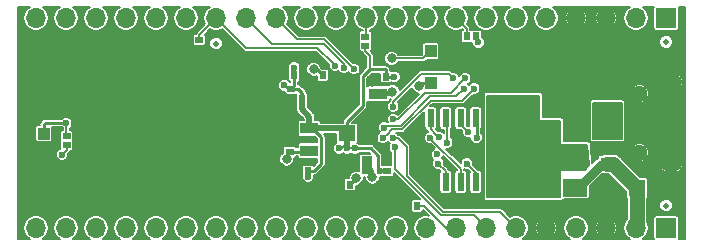
<source format=gbr>
G04 #@! TF.GenerationSoftware,KiCad,Pcbnew,5.0.2-bee76a0~70~ubuntu18.04.1*
G04 #@! TF.CreationDate,2019-01-15T20:31:34+13:00*
G04 #@! TF.ProjectId,pynano-1,70796e61-6e6f-42d3-912e-6b696361645f,rev?*
G04 #@! TF.SameCoordinates,Original*
G04 #@! TF.FileFunction,Copper,L4,Bot*
G04 #@! TF.FilePolarity,Positive*
%FSLAX46Y46*%
G04 Gerber Fmt 4.6, Leading zero omitted, Abs format (unit mm)*
G04 Created by KiCad (PCBNEW 5.0.2-bee76a0~70~ubuntu18.04.1) date Tue 15 Jan 2019 08:31:34 PM NZDT*
%MOMM*%
%LPD*%
G01*
G04 APERTURE LIST*
G04 #@! TA.AperFunction,BGAPad,CuDef*
%ADD10C,0.500000*%
G04 #@! TD*
G04 #@! TA.AperFunction,ComponentPad*
%ADD11R,1.700000X1.700000*%
G04 #@! TD*
G04 #@! TA.AperFunction,ComponentPad*
%ADD12O,1.700000X1.700000*%
G04 #@! TD*
G04 #@! TA.AperFunction,SMDPad,CuDef*
%ADD13R,1.360000X1.400000*%
G04 #@! TD*
G04 #@! TA.AperFunction,SMDPad,CuDef*
%ADD14R,1.400000X1.360000*%
G04 #@! TD*
G04 #@! TA.AperFunction,SMDPad,CuDef*
%ADD15R,0.575000X0.650000*%
G04 #@! TD*
G04 #@! TA.AperFunction,SMDPad,CuDef*
%ADD16R,0.650000X0.575000*%
G04 #@! TD*
G04 #@! TA.AperFunction,SMDPad,CuDef*
%ADD17R,0.970000X1.500000*%
G04 #@! TD*
G04 #@! TA.AperFunction,SMDPad,CuDef*
%ADD18R,1.500000X0.970000*%
G04 #@! TD*
G04 #@! TA.AperFunction,SMDPad,CuDef*
%ADD19R,1.100000X1.100000*%
G04 #@! TD*
G04 #@! TA.AperFunction,ComponentPad*
%ADD20C,1.450000*%
G04 #@! TD*
G04 #@! TA.AperFunction,ComponentPad*
%ADD21O,1.900000X1.200000*%
G04 #@! TD*
G04 #@! TA.AperFunction,SMDPad,CuDef*
%ADD22R,1.000000X1.000000*%
G04 #@! TD*
G04 #@! TA.AperFunction,SMDPad,CuDef*
%ADD23R,2.000000X3.800000*%
G04 #@! TD*
G04 #@! TA.AperFunction,SMDPad,CuDef*
%ADD24R,2.000000X1.500000*%
G04 #@! TD*
G04 #@! TA.AperFunction,SMDPad,CuDef*
%ADD25R,0.600000X1.550000*%
G04 #@! TD*
G04 #@! TA.AperFunction,ViaPad*
%ADD26C,0.800000*%
G04 #@! TD*
G04 #@! TA.AperFunction,ViaPad*
%ADD27C,0.600000*%
G04 #@! TD*
G04 #@! TA.AperFunction,Conductor*
%ADD28C,1.270000*%
G04 #@! TD*
G04 #@! TA.AperFunction,Conductor*
%ADD29C,0.762000*%
G04 #@! TD*
G04 #@! TA.AperFunction,Conductor*
%ADD30C,0.254000*%
G04 #@! TD*
G04 #@! TA.AperFunction,Conductor*
%ADD31C,0.152400*%
G04 #@! TD*
G04 #@! TA.AperFunction,Conductor*
%ADD32C,0.508000*%
G04 #@! TD*
G04 APERTURE END LIST*
D10*
G04 #@! TO.P,REF\002A\002A,~*
G04 #@! TO.N,N/C*
X152400000Y-54229000D03*
G04 #@! TD*
G04 #@! TO.P,REF\002A\002A,~*
G04 #@! TO.N,N/C*
X190500000Y-67945000D03*
G04 #@! TD*
G04 #@! TO.P,REF\002A\002A,~*
G04 #@! TO.N,N/C*
X190500000Y-54102000D03*
G04 #@! TD*
D11*
G04 #@! TO.P,J1,1*
G04 #@! TO.N,+3V3*
X190500000Y-52070000D03*
D12*
G04 #@! TO.P,J1,2*
X187960000Y-52070000D03*
G04 #@! TO.P,J1,3*
G04 #@! TO.N,GND*
X185420000Y-52070000D03*
G04 #@! TO.P,J1,4*
X182880000Y-52070000D03*
G04 #@! TO.P,J1,5*
G04 #@! TO.N,/PC8*
X180340000Y-52070000D03*
G04 #@! TO.P,J1,6*
G04 #@! TO.N,/PC9*
X177800000Y-52070000D03*
G04 #@! TO.P,J1,7*
G04 #@! TO.N,/PA8*
X175260000Y-52070000D03*
G04 #@! TO.P,J1,8*
G04 #@! TO.N,/PA10*
X172720000Y-52070000D03*
G04 #@! TO.P,J1,9*
G04 #@! TO.N,/PA15*
X170180000Y-52070000D03*
G04 #@! TO.P,J1,10*
G04 #@! TO.N,/PC10*
X167640000Y-52070000D03*
G04 #@! TO.P,J1,11*
G04 #@! TO.N,/PC11*
X165100000Y-52070000D03*
G04 #@! TO.P,J1,12*
G04 #@! TO.N,/PC12*
X162560000Y-52070000D03*
G04 #@! TO.P,J1,13*
G04 #@! TO.N,/PD2*
X160020000Y-52070000D03*
G04 #@! TO.P,J1,14*
G04 #@! TO.N,/PB3*
X157480000Y-52070000D03*
G04 #@! TO.P,J1,15*
G04 #@! TO.N,/PB4*
X154940000Y-52070000D03*
G04 #@! TO.P,J1,16*
G04 #@! TO.N,/PB5*
X152400000Y-52070000D03*
G04 #@! TO.P,J1,17*
G04 #@! TO.N,/PB6*
X149860000Y-52070000D03*
G04 #@! TO.P,J1,18*
G04 #@! TO.N,/PB7*
X147320000Y-52070000D03*
G04 #@! TO.P,J1,19*
G04 #@! TO.N,/BOOT0*
X144780000Y-52070000D03*
G04 #@! TO.P,J1,20*
G04 #@! TO.N,/PB8*
X142240000Y-52070000D03*
G04 #@! TO.P,J1,21*
G04 #@! TO.N,/PB9*
X139700000Y-52070000D03*
G04 #@! TO.P,J1,22*
G04 #@! TO.N,/PC13*
X137160000Y-52070000D03*
G04 #@! TD*
G04 #@! TO.P,J3,22*
G04 #@! TO.N,/VDDA*
X137160000Y-69850000D03*
G04 #@! TO.P,J3,21*
G04 #@! TO.N,/PA0*
X139700000Y-69850000D03*
G04 #@! TO.P,J3,20*
G04 #@! TO.N,/PA1*
X142240000Y-69850000D03*
G04 #@! TO.P,J3,19*
G04 #@! TO.N,/PA2*
X144780000Y-69850000D03*
G04 #@! TO.P,J3,18*
G04 #@! TO.N,/PA3*
X147320000Y-69850000D03*
G04 #@! TO.P,J3,17*
G04 #@! TO.N,/PA4*
X149860000Y-69850000D03*
G04 #@! TO.P,J3,16*
G04 #@! TO.N,/PA5*
X152400000Y-69850000D03*
G04 #@! TO.P,J3,15*
G04 #@! TO.N,/PA6*
X154940000Y-69850000D03*
G04 #@! TO.P,J3,14*
G04 #@! TO.N,/PA7*
X157480000Y-69850000D03*
G04 #@! TO.P,J3,13*
G04 #@! TO.N,/PC4*
X160020000Y-69850000D03*
G04 #@! TO.P,J3,12*
G04 #@! TO.N,/PC5*
X162560000Y-69850000D03*
G04 #@! TO.P,J3,11*
G04 #@! TO.N,/PB0*
X165100000Y-69850000D03*
G04 #@! TO.P,J3,10*
G04 #@! TO.N,/PB1*
X167640000Y-69850000D03*
G04 #@! TO.P,J3,9*
G04 #@! TO.N,/PB10*
X170180000Y-69850000D03*
G04 #@! TO.P,J3,8*
G04 #@! TO.N,/PB11*
X172720000Y-69850000D03*
G04 #@! TO.P,J3,7*
G04 #@! TO.N,/PC6*
X175260000Y-69850000D03*
G04 #@! TO.P,J3,6*
G04 #@! TO.N,/PC7*
X177800000Y-69850000D03*
G04 #@! TO.P,J3,5*
G04 #@! TO.N,GND*
X180340000Y-69850000D03*
G04 #@! TO.P,J3,4*
G04 #@! TO.N,+3V3*
X182880000Y-69850000D03*
G04 #@! TO.P,J3,3*
G04 #@! TO.N,GND*
X185420000Y-69850000D03*
G04 #@! TO.P,J3,2*
G04 #@! TO.N,+5V*
X187960000Y-69850000D03*
D11*
G04 #@! TO.P,J3,1*
G04 #@! TO.N,VBUS*
X190500000Y-69850000D03*
G04 #@! TD*
D13*
G04 #@! TO.P,C1,1*
G04 #@! TO.N,+5V*
X188019200Y-66471800D03*
G04 #@! TO.P,C1,2*
G04 #@! TO.N,GND*
X185259200Y-66471800D03*
G04 #@! TD*
G04 #@! TO.P,C2,1*
G04 #@! TO.N,+3V3*
X177944000Y-59436000D03*
G04 #@! TO.P,C2,2*
G04 #@! TO.N,GND*
X180704000Y-59436000D03*
G04 #@! TD*
D14*
G04 #@! TO.P,C3,2*
G04 #@! TO.N,GND*
X163449000Y-59072000D03*
G04 #@! TO.P,C3,1*
G04 #@! TO.N,+3V3*
X163449000Y-61832000D03*
G04 #@! TD*
D15*
G04 #@! TO.P,C6,1*
G04 #@! TO.N,+3V3*
X158997500Y-56896000D03*
G04 #@! TO.P,C6,2*
G04 #@! TO.N,GND*
X159772500Y-56896000D03*
G04 #@! TD*
D16*
G04 #@! TO.P,C9,2*
G04 #@! TO.N,GND*
X158750000Y-58807500D03*
G04 #@! TO.P,C9,1*
G04 #@! TO.N,+3V3*
X158750000Y-58032500D03*
G04 #@! TD*
D15*
G04 #@! TO.P,C11,1*
G04 #@! TO.N,+3V3*
X160153500Y-65024000D03*
G04 #@! TO.P,C11,2*
G04 #@! TO.N,GND*
X159378500Y-65024000D03*
G04 #@! TD*
D16*
G04 #@! TO.P,C12,1*
G04 #@! TO.N,+3V3*
X166878000Y-65030500D03*
G04 #@! TO.P,C12,2*
G04 #@! TO.N,GND*
X166878000Y-64255500D03*
G04 #@! TD*
D17*
G04 #@! TO.P,C13,2*
G04 #@! TO.N,GND*
X163256000Y-64516000D03*
G04 #@! TO.P,C13,1*
G04 #@! TO.N,/VCAP_1*
X165166000Y-64516000D03*
G04 #@! TD*
D15*
G04 #@! TO.P,C14,1*
G04 #@! TO.N,+3V3*
X166757500Y-57023000D03*
G04 #@! TO.P,C14,2*
G04 #@! TO.N,GND*
X165982500Y-57023000D03*
G04 #@! TD*
D18*
G04 #@! TO.P,C15,1*
G04 #@! TO.N,/VCAP_2*
X166116000Y-58481000D03*
G04 #@! TO.P,C15,2*
G04 #@! TO.N,GND*
X166116000Y-60391000D03*
G04 #@! TD*
D16*
G04 #@! TO.P,C16,2*
G04 #@! TO.N,GND*
X158623000Y-62604500D03*
G04 #@! TO.P,C16,1*
G04 #@! TO.N,/VDDA*
X158623000Y-63379500D03*
G04 #@! TD*
D19*
G04 #@! TO.P,D1,1*
G04 #@! TO.N,+5V*
X185470800Y-64417400D03*
G04 #@! TO.P,D1,2*
G04 #@! TO.N,VBUS*
X185470800Y-61617400D03*
G04 #@! TD*
D18*
G04 #@! TO.P,FB1,1*
G04 #@! TO.N,+3V3*
X160274000Y-61402000D03*
G04 #@! TO.P,FB1,2*
G04 #@! TO.N,/VDDA*
X160274000Y-63312000D03*
G04 #@! TD*
D20*
G04 #@! TO.P,J2,6*
G04 #@! TO.N,GND*
X188224700Y-63460000D03*
X188224700Y-58460000D03*
D21*
X190924700Y-64460000D03*
X190924700Y-57460000D03*
G04 #@! TD*
D15*
G04 #@! TO.P,R1,2*
G04 #@! TO.N,GND*
X162185500Y-56896000D03*
G04 #@! TO.P,R1,1*
G04 #@! TO.N,/BOOT0*
X161410500Y-56896000D03*
G04 #@! TD*
G04 #@! TO.P,R2,1*
G04 #@! TO.N,/BOOT1*
X163709500Y-66167000D03*
G04 #@! TO.P,R2,2*
G04 #@! TO.N,GND*
X162934500Y-66167000D03*
G04 #@! TD*
D22*
G04 #@! TO.P,TP1,1*
G04 #@! TO.N,/SYS_SWDIO*
X170561000Y-57531000D03*
G04 #@! TD*
G04 #@! TO.P,TP2,1*
G04 #@! TO.N,/SYS_SWCLK*
X170561000Y-54864000D03*
G04 #@! TD*
D23*
G04 #@! TO.P,U1,2*
G04 #@! TO.N,+3V3*
X176478800Y-64135000D03*
D24*
X182778800Y-64135000D03*
G04 #@! TO.P,U1,3*
G04 #@! TO.N,+5V*
X182778800Y-66435000D03*
G04 #@! TO.P,U1,1*
G04 #@! TO.N,GND*
X182778800Y-61835000D03*
G04 #@! TD*
D25*
G04 #@! TO.P,U3,1*
G04 #@! TO.N,/SPI2_NSS*
X174371000Y-65946000D03*
G04 #@! TO.P,U3,2*
G04 #@! TO.N,/SPI2_MISO*
X173101000Y-65946000D03*
G04 #@! TO.P,U3,3*
G04 #@! TO.N,Net-(R9-Pad2)*
X171831000Y-65946000D03*
G04 #@! TO.P,U3,4*
G04 #@! TO.N,GND*
X170561000Y-65946000D03*
G04 #@! TO.P,U3,5*
G04 #@! TO.N,/SPI2_MOSI*
X170561000Y-60546000D03*
G04 #@! TO.P,U3,6*
G04 #@! TO.N,/SPI2_SCK*
X171831000Y-60546000D03*
G04 #@! TO.P,U3,7*
G04 #@! TO.N,Net-(R8-Pad2)*
X173101000Y-60546000D03*
G04 #@! TO.P,U3,8*
G04 #@! TO.N,+3V3*
X174371000Y-60546000D03*
G04 #@! TD*
D22*
G04 #@! TO.P,TP3,1*
G04 #@! TO.N,/nRST*
X137795000Y-61849000D03*
G04 #@! TD*
D16*
G04 #@! TO.P,R3,1*
G04 #@! TO.N,+3V3*
X139725400Y-62820700D03*
G04 #@! TO.P,R3,2*
G04 #@! TO.N,/nRST*
X139725400Y-62045700D03*
G04 #@! TD*
G04 #@! TO.P,R10,2*
G04 #@! TO.N,/PC11*
X165023800Y-53638300D03*
G04 #@! TO.P,R10,1*
G04 #@! TO.N,+3V3*
X165023800Y-54413300D03*
G04 #@! TD*
G04 #@! TO.P,R12,1*
G04 #@! TO.N,/PB5*
X150952200Y-53917700D03*
G04 #@! TO.P,R12,2*
G04 #@! TO.N,GND*
X150952200Y-54692700D03*
G04 #@! TD*
D15*
G04 #@! TO.P,R13,2*
G04 #@! TO.N,/PA10*
X173602500Y-53594000D03*
G04 #@! TO.P,R13,1*
G04 #@! TO.N,+3V3*
X174377500Y-53594000D03*
G04 #@! TD*
G04 #@! TO.P,R14,1*
G04 #@! TO.N,/PB11*
X169373700Y-67970400D03*
G04 #@! TO.P,R14,2*
G04 #@! TO.N,GND*
X168598700Y-67970400D03*
G04 #@! TD*
D26*
G04 #@! TO.N,GND*
X158877000Y-65278000D03*
X158496000Y-61976000D03*
X160393353Y-57303767D03*
X162941000Y-57785000D03*
X163957000Y-57785000D03*
X165569811Y-57443598D03*
D27*
X165735000Y-61722000D03*
X164973000Y-61722000D03*
X166878000Y-63627000D03*
X182626000Y-59817000D03*
X183286400Y-59817000D03*
G04 #@! TO.N,+3V3*
X162814000Y-63093600D03*
X163474400Y-63093600D03*
X164134800Y-63093600D03*
X167487600Y-57048400D03*
X166299000Y-65030500D03*
X160172400Y-65481200D03*
X171094400Y-63601600D03*
X174447200Y-62179200D03*
X175869600Y-61214000D03*
X176530000Y-61214000D03*
X179882800Y-62890400D03*
X179882800Y-63601600D03*
X179882800Y-64312800D03*
X179882800Y-65024000D03*
X180594000Y-62890400D03*
X180594000Y-63601600D03*
X180594000Y-64312800D03*
X180594000Y-65024000D03*
X175869600Y-60452000D03*
X176530000Y-60452000D03*
X180594000Y-62179200D03*
X179882800Y-62179200D03*
X179882800Y-65735200D03*
X180594000Y-65735200D03*
X159004000Y-56261000D03*
X158165800Y-57759600D03*
X174599600Y-54127400D03*
X139344400Y-63627000D03*
G04 #@! TO.N,/nRST*
X139700000Y-60960000D03*
D26*
G04 #@! TO.N,/VCAP_1*
X165608000Y-65532000D03*
G04 #@! TO.N,/VCAP_2*
X167299544Y-58286610D03*
G04 #@! TO.N,/VDDA*
X158369000Y-64008000D03*
G04 #@! TO.N,VBUS*
X184962800Y-59791600D03*
X186080400Y-59791600D03*
G04 #@! TO.N,/BOOT0*
X160655000Y-56388000D03*
G04 #@! TO.N,/BOOT1*
X164243745Y-65617775D03*
G04 #@! TO.N,/SYS_SWDIO*
X169586863Y-57826863D03*
G04 #@! TO.N,/SYS_SWCLK*
X167259962Y-55485189D03*
D27*
G04 #@! TO.N,/PA8*
X173482000Y-57150000D03*
X167383824Y-60634579D03*
G04 #@! TO.N,/SPI2_NSS*
X173609000Y-64389000D03*
G04 #@! TO.N,Net-(R8-Pad2)*
X173736000Y-61722000D03*
G04 #@! TO.N,Net-(R9-Pad2)*
X171196000Y-64389000D03*
G04 #@! TO.N,/SPI2_SCK*
X171958000Y-62611000D03*
G04 #@! TO.N,/SPI2_MISO*
X170492459Y-62218022D03*
G04 #@! TO.N,/SPI2_MOSI*
X171244968Y-62157560D03*
G04 #@! TO.N,/PC6*
X167513037Y-62992220D03*
G04 #@! TO.N,/PC7*
X167386000Y-62250610D03*
G04 #@! TO.N,/PC8*
X166497000Y-62230000D03*
X174244000Y-58039000D03*
G04 #@! TO.N,/PC9*
X173355000Y-58039000D03*
X166644609Y-61342244D03*
G04 #@! TO.N,/PA10*
X167386000Y-59563000D03*
X172466000Y-57150000D03*
G04 #@! TO.N,/PB3*
X164084000Y-56388000D03*
G04 #@! TO.N,/PB4*
X163195000Y-56261000D03*
G04 #@! TO.N,/PB5*
X162458796Y-56105673D03*
G04 #@! TD*
D28*
G04 #@! TO.N,+5V*
X185964800Y-64417400D02*
X188019200Y-66471800D01*
X185470800Y-64417400D02*
X185964800Y-64417400D01*
X188019200Y-69790800D02*
X187960000Y-69850000D01*
X188019200Y-66471800D02*
X188019200Y-69790800D01*
D29*
X183028800Y-66435000D02*
X182778800Y-66435000D01*
X185046400Y-64417400D02*
X183028800Y-66435000D01*
X185470800Y-64417400D02*
X185046400Y-64417400D01*
D30*
G04 #@! TO.N,GND*
X159124500Y-65278000D02*
X159378500Y-65024000D01*
X158877000Y-65278000D02*
X159124500Y-65278000D01*
X158496000Y-62477500D02*
X158623000Y-62604500D01*
X158496000Y-61976000D02*
X158496000Y-62477500D01*
X159985586Y-56896000D02*
X159993354Y-56903768D01*
X159772500Y-56896000D02*
X159985586Y-56896000D01*
X159993354Y-56903768D02*
X160393353Y-57303767D01*
X163449000Y-59072000D02*
X163449000Y-58293000D01*
X163449000Y-58293000D02*
X162941000Y-57785000D01*
X165982500Y-57030909D02*
X165969810Y-57043599D01*
X165969810Y-57043599D02*
X165569811Y-57443598D01*
X165982500Y-57023000D02*
X165982500Y-57030909D01*
D31*
X165982500Y-57500400D02*
X166140100Y-57658000D01*
X165982500Y-57023000D02*
X165982500Y-57500400D01*
X166116000Y-61341000D02*
X165735000Y-61722000D01*
X166116000Y-60391000D02*
X166116000Y-61341000D01*
X166878000Y-64255500D02*
X166878000Y-63627000D01*
G04 #@! TO.N,+3V3*
X163019800Y-63093600D02*
X162814000Y-63093600D01*
X163449000Y-61832000D02*
X163449000Y-62664400D01*
X163449000Y-62664400D02*
X163019800Y-63093600D01*
X163474400Y-63093600D02*
X164134800Y-63093600D01*
D32*
X163474400Y-61857400D02*
X163449000Y-61832000D01*
X163474400Y-63093600D02*
X163474400Y-61857400D01*
X163019000Y-61402000D02*
X163449000Y-61832000D01*
X160274000Y-61402000D02*
X163019000Y-61402000D01*
X159664400Y-59799400D02*
X159664400Y-58623200D01*
X160274000Y-60409000D02*
X159664400Y-59799400D01*
X160274000Y-61402000D02*
X160274000Y-60409000D01*
D30*
X159329000Y-58032500D02*
X158750000Y-58032500D01*
X159664400Y-58367900D02*
X159329000Y-58032500D01*
X159664400Y-58623200D02*
X159664400Y-58367900D01*
X158997500Y-57785000D02*
X158750000Y-58032500D01*
X158997500Y-56896000D02*
X158997500Y-57785000D01*
X160695000Y-65024000D02*
X160153500Y-65024000D01*
X161303401Y-64415599D02*
X160695000Y-65024000D01*
X161303401Y-62166401D02*
X161303401Y-64415599D01*
X160539000Y-61402000D02*
X161303401Y-62166401D01*
X160274000Y-61402000D02*
X160539000Y-61402000D01*
X165481522Y-63093600D02*
X166116000Y-63728078D01*
X164134800Y-63093600D02*
X165481522Y-63093600D01*
X166116000Y-64847500D02*
X166299000Y-65030500D01*
X166116000Y-63728078D02*
X166116000Y-64847500D01*
X163449000Y-60898000D02*
X164846000Y-59501000D01*
X163449000Y-61832000D02*
X163449000Y-60898000D01*
X164846000Y-59501000D02*
X164846000Y-56997600D01*
X166757500Y-56444000D02*
X166757500Y-57023000D01*
X165425001Y-56418599D02*
X166732099Y-56418599D01*
X166732099Y-56418599D02*
X166757500Y-56444000D01*
X164846000Y-56997600D02*
X165425001Y-56418599D01*
X166757500Y-57023000D02*
X167462200Y-57023000D01*
X167462200Y-57023000D02*
X167487600Y-57048400D01*
X166299000Y-65030500D02*
X166878000Y-65030500D01*
X160172400Y-65042900D02*
X160153500Y-65024000D01*
X160172400Y-65481200D02*
X160172400Y-65042900D01*
X174447200Y-60622200D02*
X174371000Y-60546000D01*
X174447200Y-62179200D02*
X174447200Y-60622200D01*
D31*
X159004000Y-56889500D02*
X158997500Y-56896000D01*
X159004000Y-56261000D02*
X159004000Y-56889500D01*
X158750000Y-58032500D02*
X158438700Y-58032500D01*
X158438700Y-58032500D02*
X158165800Y-57759600D01*
X165425001Y-55254401D02*
X165425001Y-56418599D01*
X165023800Y-54853200D02*
X165425001Y-55254401D01*
X165023800Y-54413300D02*
X165023800Y-54853200D01*
X174377500Y-53594000D02*
X174377500Y-53905300D01*
X174377500Y-53905300D02*
X174599600Y-54127400D01*
X139725400Y-62820700D02*
X139725400Y-63246000D01*
X139725400Y-63246000D02*
X139344400Y-63627000D01*
D30*
G04 #@! TO.N,/nRST*
X137795000Y-61095000D02*
X137795000Y-61849000D01*
X137930000Y-60960000D02*
X137795000Y-61095000D01*
X139700000Y-60960000D02*
X137930000Y-60960000D01*
D31*
X139700000Y-62020300D02*
X139725400Y-62045700D01*
X139700000Y-60960000D02*
X139700000Y-62020300D01*
D30*
G04 #@! TO.N,/VCAP_1*
X165608000Y-64958000D02*
X165166000Y-64516000D01*
X165608000Y-65532000D02*
X165608000Y-64958000D01*
G04 #@! TO.N,/VCAP_2*
X166116000Y-58481000D02*
X167120000Y-58481000D01*
X167299544Y-58301456D02*
X167299544Y-58286610D01*
X167120000Y-58481000D02*
X167299544Y-58301456D01*
G04 #@! TO.N,/VDDA*
X158369000Y-63633500D02*
X158623000Y-63379500D01*
X158369000Y-64008000D02*
X158369000Y-63633500D01*
X160206500Y-63379500D02*
X160274000Y-63312000D01*
X158623000Y-63379500D02*
X160206500Y-63379500D01*
D31*
G04 #@! TO.N,VBUS*
X185470800Y-61112400D02*
X184658000Y-60299600D01*
X185470800Y-61617400D02*
X185470800Y-61112400D01*
X185420000Y-60299600D02*
X186232800Y-60299600D01*
D30*
G04 #@! TO.N,/BOOT0*
X160902500Y-56388000D02*
X161410500Y-56896000D01*
X160655000Y-56388000D02*
X160902500Y-56388000D01*
G04 #@! TO.N,/BOOT1*
X164243745Y-65632755D02*
X163709500Y-66167000D01*
X164243745Y-65617775D02*
X164243745Y-65632755D01*
G04 #@! TO.N,/SYS_SWDIO*
X169586863Y-57751137D02*
X169586863Y-57826863D01*
X169807000Y-57531000D02*
X169586863Y-57751137D01*
X170561000Y-57531000D02*
X169807000Y-57531000D01*
D31*
G04 #@! TO.N,/SYS_SWCLK*
X169939811Y-55485189D02*
X170561000Y-54864000D01*
X167259962Y-55485189D02*
X169939811Y-55485189D01*
G04 #@! TO.N,/PA8*
X167808088Y-60634579D02*
X167383824Y-60634579D01*
X172262811Y-58369189D02*
X170073478Y-58369189D01*
X173482000Y-57150000D02*
X172262811Y-58369189D01*
X170073478Y-58369189D02*
X167808088Y-60634579D01*
G04 #@! TO.N,/PB11*
X172720000Y-69850000D02*
X171881800Y-69850000D01*
X170002200Y-67970400D02*
X169373700Y-67970400D01*
X171881800Y-69850000D02*
X170002200Y-67970400D01*
G04 #@! TO.N,/SPI2_NSS*
X174371000Y-65151000D02*
X174371000Y-65946000D01*
X173609000Y-64389000D02*
X174371000Y-65151000D01*
G04 #@! TO.N,Net-(R8-Pad2)*
X173101000Y-60546000D02*
X173101000Y-61087000D01*
X173101000Y-61087000D02*
X173736000Y-61722000D01*
G04 #@! TO.N,Net-(R9-Pad2)*
X171831000Y-65024000D02*
X171831000Y-65946000D01*
X171196000Y-64389000D02*
X171831000Y-65024000D01*
G04 #@! TO.N,/SPI2_SCK*
X171958000Y-60673000D02*
X171831000Y-60546000D01*
X171958000Y-62611000D02*
X171958000Y-60673000D01*
G04 #@! TO.N,/SPI2_MISO*
X173101000Y-64826563D02*
X170792458Y-62518021D01*
X170792458Y-62518021D02*
X170492459Y-62218022D01*
X173101000Y-65946000D02*
X173101000Y-64826563D01*
G04 #@! TO.N,/SPI2_MOSI*
X170561000Y-60546000D02*
X170561000Y-61473592D01*
X170944969Y-61857561D02*
X171244968Y-62157560D01*
X170561000Y-61473592D02*
X170944969Y-61857561D01*
G04 #@! TO.N,/PC6*
X167513037Y-64815586D02*
X167513037Y-63416484D01*
X174181399Y-68771399D02*
X171468850Y-68771399D01*
X171468850Y-68771399D02*
X167513037Y-64815586D01*
X167513037Y-63416484D02*
X167513037Y-62992220D01*
X175260000Y-69850000D02*
X174181399Y-68771399D01*
G04 #@! TO.N,/PC7*
X168529000Y-62969346D02*
X167810264Y-62250610D01*
X168529000Y-65400482D02*
X168529000Y-62969346D01*
X167810264Y-62250610D02*
X167386000Y-62250610D01*
X171581518Y-68453000D02*
X168529000Y-65400482D01*
X177800000Y-69850000D02*
X176403000Y-68453000D01*
X176403000Y-68453000D02*
X171581518Y-68453000D01*
G04 #@! TO.N,/PC8*
X166796999Y-61930001D02*
X166839184Y-61930001D01*
X166839184Y-61930001D02*
X167301185Y-61468000D01*
X167301185Y-61468000D02*
X168152519Y-61468000D01*
X173944001Y-58338999D02*
X174244000Y-58039000D01*
X173228000Y-59055000D02*
X173944001Y-58338999D01*
X170565518Y-59055000D02*
X173228000Y-59055000D01*
X166497000Y-62230000D02*
X166796999Y-61930001D01*
X168152519Y-61468000D02*
X170565518Y-59055000D01*
G04 #@! TO.N,/PC9*
X166823664Y-61163189D02*
X166644609Y-61342244D01*
X172720000Y-58674000D02*
X170515452Y-58674000D01*
X173355000Y-58039000D02*
X172720000Y-58674000D01*
X168026263Y-61163189D02*
X166823664Y-61163189D01*
X170515452Y-58674000D02*
X168026263Y-61163189D01*
G04 #@! TO.N,/PA10*
X172118399Y-56802399D02*
X172466000Y-57150000D01*
X169722337Y-56802399D02*
X172118399Y-56802399D01*
X167386000Y-59138736D02*
X169722337Y-56802399D01*
X167386000Y-59563000D02*
X167386000Y-59138736D01*
X173602500Y-52952500D02*
X173602500Y-53594000D01*
X172720000Y-52070000D02*
X173602500Y-52952500D01*
G04 #@! TO.N,/PC11*
X165100000Y-53562100D02*
X165023800Y-53638300D01*
X165100000Y-52070000D02*
X165100000Y-53562100D01*
G04 #@! TO.N,/PB3*
X164084000Y-56388000D02*
X161544000Y-53848000D01*
X159258000Y-53848000D02*
X157480000Y-52070000D01*
X161544000Y-53848000D02*
X159258000Y-53848000D01*
G04 #@! TO.N,/PB4*
X163195000Y-55930066D02*
X161493934Y-54229000D01*
X163195000Y-56261000D02*
X163195000Y-55930066D01*
X161493934Y-54229000D02*
X157099000Y-54229000D01*
X155789999Y-52919999D02*
X154940000Y-52070000D01*
X157099000Y-54229000D02*
X155789999Y-52919999D01*
G04 #@! TO.N,/PB5*
X160963123Y-54610000D02*
X162158797Y-55805674D01*
X154940000Y-54610000D02*
X160963123Y-54610000D01*
X162158797Y-55805674D02*
X162458796Y-56105673D01*
X152400000Y-52070000D02*
X154940000Y-54610000D01*
X150952200Y-53517800D02*
X150952200Y-53917700D01*
X152400000Y-52070000D02*
X150952200Y-53517800D01*
G04 #@! TD*
G04 #@! TO.N,VBUS*
G36*
X186715400Y-62280800D02*
X184327800Y-62280800D01*
X184327800Y-59258200D01*
X186715400Y-59258200D01*
X186715400Y-62280800D01*
X186715400Y-62280800D01*
G37*
X186715400Y-62280800D02*
X184327800Y-62280800D01*
X184327800Y-59258200D01*
X186715400Y-59258200D01*
X186715400Y-62280800D01*
G04 #@! TO.N,+3V3*
G36*
X179755800Y-60706000D02*
X179761600Y-60735160D01*
X179778118Y-60759882D01*
X179802840Y-60776400D01*
X179832000Y-60782200D01*
X181533800Y-60782200D01*
X181533800Y-62738000D01*
X181539600Y-62767160D01*
X181556118Y-62791882D01*
X181580840Y-62808400D01*
X181610000Y-62814200D01*
X181759304Y-62814200D01*
X181778800Y-62818078D01*
X183778800Y-62818078D01*
X183798296Y-62814200D01*
X183825049Y-62814200D01*
X183944967Y-64493045D01*
X183603900Y-64947800D01*
X181610000Y-64947800D01*
X181580840Y-64953600D01*
X181556118Y-64970118D01*
X181539600Y-64994840D01*
X181533800Y-65024000D01*
X181533800Y-67233800D01*
X175336200Y-67233800D01*
X175336200Y-58623200D01*
X179755800Y-58623200D01*
X179755800Y-60706000D01*
X179755800Y-60706000D01*
G37*
X179755800Y-60706000D02*
X179761600Y-60735160D01*
X179778118Y-60759882D01*
X179802840Y-60776400D01*
X179832000Y-60782200D01*
X181533800Y-60782200D01*
X181533800Y-62738000D01*
X181539600Y-62767160D01*
X181556118Y-62791882D01*
X181580840Y-62808400D01*
X181610000Y-62814200D01*
X181759304Y-62814200D01*
X181778800Y-62818078D01*
X183778800Y-62818078D01*
X183798296Y-62814200D01*
X183825049Y-62814200D01*
X183944967Y-64493045D01*
X183603900Y-64947800D01*
X181610000Y-64947800D01*
X181580840Y-64953600D01*
X181556118Y-64970118D01*
X181539600Y-64994840D01*
X181533800Y-65024000D01*
X181533800Y-67233800D01*
X175336200Y-67233800D01*
X175336200Y-58623200D01*
X179755800Y-58623200D01*
X179755800Y-60706000D01*
G04 #@! TO.N,GND*
G36*
X136382373Y-51292373D02*
X136143981Y-51649151D01*
X136060269Y-52070000D01*
X136143981Y-52490849D01*
X136382373Y-52847627D01*
X136739151Y-53086019D01*
X137053767Y-53148600D01*
X137266233Y-53148600D01*
X137580849Y-53086019D01*
X137937627Y-52847627D01*
X138176019Y-52490849D01*
X138259731Y-52070000D01*
X138176019Y-51649151D01*
X137937627Y-51292373D01*
X137692524Y-51128600D01*
X139167476Y-51128600D01*
X138922373Y-51292373D01*
X138683981Y-51649151D01*
X138600269Y-52070000D01*
X138683981Y-52490849D01*
X138922373Y-52847627D01*
X139279151Y-53086019D01*
X139593767Y-53148600D01*
X139806233Y-53148600D01*
X140120849Y-53086019D01*
X140477627Y-52847627D01*
X140716019Y-52490849D01*
X140799731Y-52070000D01*
X140716019Y-51649151D01*
X140477627Y-51292373D01*
X140232524Y-51128600D01*
X141707476Y-51128600D01*
X141462373Y-51292373D01*
X141223981Y-51649151D01*
X141140269Y-52070000D01*
X141223981Y-52490849D01*
X141462373Y-52847627D01*
X141819151Y-53086019D01*
X142133767Y-53148600D01*
X142346233Y-53148600D01*
X142660849Y-53086019D01*
X143017627Y-52847627D01*
X143256019Y-52490849D01*
X143339731Y-52070000D01*
X143256019Y-51649151D01*
X143017627Y-51292373D01*
X142772524Y-51128600D01*
X144247476Y-51128600D01*
X144002373Y-51292373D01*
X143763981Y-51649151D01*
X143680269Y-52070000D01*
X143763981Y-52490849D01*
X144002373Y-52847627D01*
X144359151Y-53086019D01*
X144673767Y-53148600D01*
X144886233Y-53148600D01*
X145200849Y-53086019D01*
X145557627Y-52847627D01*
X145796019Y-52490849D01*
X145879731Y-52070000D01*
X145796019Y-51649151D01*
X145557627Y-51292373D01*
X145312524Y-51128600D01*
X146787476Y-51128600D01*
X146542373Y-51292373D01*
X146303981Y-51649151D01*
X146220269Y-52070000D01*
X146303981Y-52490849D01*
X146542373Y-52847627D01*
X146899151Y-53086019D01*
X147213767Y-53148600D01*
X147426233Y-53148600D01*
X147740849Y-53086019D01*
X148097627Y-52847627D01*
X148336019Y-52490849D01*
X148419731Y-52070000D01*
X148336019Y-51649151D01*
X148097627Y-51292373D01*
X147852524Y-51128600D01*
X149327476Y-51128600D01*
X149082373Y-51292373D01*
X148843981Y-51649151D01*
X148760269Y-52070000D01*
X148843981Y-52490849D01*
X149082373Y-52847627D01*
X149439151Y-53086019D01*
X149753767Y-53148600D01*
X149966233Y-53148600D01*
X150280849Y-53086019D01*
X150637627Y-52847627D01*
X150876019Y-52490849D01*
X150959731Y-52070000D01*
X150876019Y-51649151D01*
X150637627Y-51292373D01*
X150392524Y-51128600D01*
X151867476Y-51128600D01*
X151622373Y-51292373D01*
X151383981Y-51649151D01*
X151300269Y-52070000D01*
X151383981Y-52490849D01*
X151449718Y-52589230D01*
X150757900Y-53281048D01*
X150732452Y-53298052D01*
X150666256Y-53397122D01*
X150627200Y-53397122D01*
X150538005Y-53414864D01*
X150462389Y-53465389D01*
X150411864Y-53541005D01*
X150394122Y-53630200D01*
X150394122Y-54205200D01*
X150411864Y-54294395D01*
X150462389Y-54370011D01*
X150538005Y-54420536D01*
X150627200Y-54438278D01*
X151277200Y-54438278D01*
X151366395Y-54420536D01*
X151442011Y-54370011D01*
X151492536Y-54294395D01*
X151510278Y-54205200D01*
X151510278Y-54114387D01*
X151823800Y-54114387D01*
X151823800Y-54343613D01*
X151911522Y-54555391D01*
X152073609Y-54717478D01*
X152285387Y-54805200D01*
X152514613Y-54805200D01*
X152726391Y-54717478D01*
X152888478Y-54555391D01*
X152976200Y-54343613D01*
X152976200Y-54114387D01*
X152888478Y-53902609D01*
X152726391Y-53740522D01*
X152514613Y-53652800D01*
X152285387Y-53652800D01*
X152073609Y-53740522D01*
X151911522Y-53902609D01*
X151823800Y-54114387D01*
X151510278Y-54114387D01*
X151510278Y-53630200D01*
X151492536Y-53541005D01*
X151442011Y-53465389D01*
X151438206Y-53462846D01*
X151880770Y-53020282D01*
X151979151Y-53086019D01*
X152293767Y-53148600D01*
X152506233Y-53148600D01*
X152820849Y-53086019D01*
X152919230Y-53020282D01*
X154703248Y-54804300D01*
X154720252Y-54829748D01*
X154821073Y-54897115D01*
X154909982Y-54914800D01*
X154909986Y-54914800D01*
X154939999Y-54920770D01*
X154970012Y-54914800D01*
X160836871Y-54914800D01*
X161930196Y-56008125D01*
X161930196Y-56210818D01*
X162010670Y-56405101D01*
X162159368Y-56553799D01*
X162353651Y-56634273D01*
X162563941Y-56634273D01*
X162746192Y-56558783D01*
X162746874Y-56560428D01*
X162895572Y-56709126D01*
X163089855Y-56789600D01*
X163300145Y-56789600D01*
X163494428Y-56709126D01*
X163600801Y-56602753D01*
X163635874Y-56687428D01*
X163784572Y-56836126D01*
X163978855Y-56916600D01*
X164189145Y-56916600D01*
X164383428Y-56836126D01*
X164532126Y-56687428D01*
X164612600Y-56493145D01*
X164612600Y-56282855D01*
X164532126Y-56088572D01*
X164383428Y-55939874D01*
X164189145Y-55859400D01*
X163986452Y-55859400D01*
X161780751Y-53653699D01*
X161763748Y-53628252D01*
X161662927Y-53560885D01*
X161574018Y-53543200D01*
X161574014Y-53543200D01*
X161544000Y-53537230D01*
X161513986Y-53543200D01*
X159384253Y-53543200D01*
X158430283Y-52589230D01*
X158496019Y-52490849D01*
X158579731Y-52070000D01*
X158496019Y-51649151D01*
X158257627Y-51292373D01*
X158012524Y-51128600D01*
X159487476Y-51128600D01*
X159242373Y-51292373D01*
X159003981Y-51649151D01*
X158920269Y-52070000D01*
X159003981Y-52490849D01*
X159242373Y-52847627D01*
X159599151Y-53086019D01*
X159913767Y-53148600D01*
X160126233Y-53148600D01*
X160440849Y-53086019D01*
X160797627Y-52847627D01*
X161036019Y-52490849D01*
X161119731Y-52070000D01*
X161036019Y-51649151D01*
X160797627Y-51292373D01*
X160552524Y-51128600D01*
X162027476Y-51128600D01*
X161782373Y-51292373D01*
X161543981Y-51649151D01*
X161460269Y-52070000D01*
X161543981Y-52490849D01*
X161782373Y-52847627D01*
X162139151Y-53086019D01*
X162453767Y-53148600D01*
X162666233Y-53148600D01*
X162980849Y-53086019D01*
X163337627Y-52847627D01*
X163576019Y-52490849D01*
X163659731Y-52070000D01*
X163576019Y-51649151D01*
X163337627Y-51292373D01*
X163092524Y-51128600D01*
X164567476Y-51128600D01*
X164322373Y-51292373D01*
X164083981Y-51649151D01*
X164000269Y-52070000D01*
X164083981Y-52490849D01*
X164322373Y-52847627D01*
X164679151Y-53086019D01*
X164795201Y-53109103D01*
X164795201Y-53117722D01*
X164698800Y-53117722D01*
X164609605Y-53135464D01*
X164533989Y-53185989D01*
X164483464Y-53261605D01*
X164465722Y-53350800D01*
X164465722Y-53925800D01*
X164483464Y-54014995D01*
X164490684Y-54025800D01*
X164483464Y-54036605D01*
X164465722Y-54125800D01*
X164465722Y-54700800D01*
X164483464Y-54789995D01*
X164533989Y-54865611D01*
X164609605Y-54916136D01*
X164698800Y-54933878D01*
X164729077Y-54933878D01*
X164736685Y-54972126D01*
X164787048Y-55047500D01*
X164787051Y-55047503D01*
X164804053Y-55072948D01*
X164829498Y-55089950D01*
X165120201Y-55380654D01*
X165120202Y-56220503D01*
X164619315Y-56721391D01*
X164589628Y-56741227D01*
X164569792Y-56770914D01*
X164569790Y-56770916D01*
X164511033Y-56858853D01*
X164483434Y-56997600D01*
X164490401Y-57032625D01*
X164490400Y-59353706D01*
X163222315Y-60621791D01*
X163192628Y-60641627D01*
X163172792Y-60671314D01*
X163172790Y-60671316D01*
X163114033Y-60759253D01*
X163086434Y-60898000D01*
X163090596Y-60918922D01*
X163064125Y-60918922D01*
X163019000Y-60909946D01*
X162973875Y-60918922D01*
X162749000Y-60918922D01*
X162746597Y-60919400D01*
X161257078Y-60919400D01*
X161257078Y-60917000D01*
X161239336Y-60827805D01*
X161188811Y-60752189D01*
X161113195Y-60701664D01*
X161024000Y-60683922D01*
X160756600Y-60683922D01*
X160756600Y-60456529D01*
X160766054Y-60409000D01*
X160728599Y-60220699D01*
X160648858Y-60101358D01*
X160621935Y-60061065D01*
X160581642Y-60034142D01*
X160147000Y-59599501D01*
X160147000Y-58575671D01*
X160118999Y-58434899D01*
X160012335Y-58275265D01*
X160007958Y-58272340D01*
X159999367Y-58229152D01*
X159920773Y-58111527D01*
X159891083Y-58091689D01*
X159605210Y-57805816D01*
X159585373Y-57776127D01*
X159467748Y-57697533D01*
X159364020Y-57676900D01*
X159353100Y-57674728D01*
X159353100Y-57440532D01*
X159374195Y-57436336D01*
X159449811Y-57385811D01*
X159500336Y-57310195D01*
X159518078Y-57221000D01*
X159518078Y-56571000D01*
X159500336Y-56481805D01*
X159490679Y-56467352D01*
X159532600Y-56366145D01*
X159532600Y-56262964D01*
X160026400Y-56262964D01*
X160026400Y-56513036D01*
X160122099Y-56744073D01*
X160298927Y-56920901D01*
X160529964Y-57016600D01*
X160780036Y-57016600D01*
X160889922Y-56971084D01*
X160889922Y-57221000D01*
X160907664Y-57310195D01*
X160958189Y-57385811D01*
X161033805Y-57436336D01*
X161123000Y-57454078D01*
X161698000Y-57454078D01*
X161787195Y-57436336D01*
X161862811Y-57385811D01*
X161913336Y-57310195D01*
X161931078Y-57221000D01*
X161931078Y-56571000D01*
X161913336Y-56481805D01*
X161862811Y-56406189D01*
X161787195Y-56355664D01*
X161698000Y-56337922D01*
X161355316Y-56337922D01*
X161283600Y-56266206D01*
X161283600Y-56262964D01*
X161187901Y-56031927D01*
X161011073Y-55855099D01*
X160780036Y-55759400D01*
X160529964Y-55759400D01*
X160298927Y-55855099D01*
X160122099Y-56031927D01*
X160026400Y-56262964D01*
X159532600Y-56262964D01*
X159532600Y-56155855D01*
X159452126Y-55961572D01*
X159303428Y-55812874D01*
X159109145Y-55732400D01*
X158898855Y-55732400D01*
X158704572Y-55812874D01*
X158555874Y-55961572D01*
X158475400Y-56155855D01*
X158475400Y-56366145D01*
X158512346Y-56455342D01*
X158494664Y-56481805D01*
X158476922Y-56571000D01*
X158476922Y-57221000D01*
X158494664Y-57310195D01*
X158545189Y-57385811D01*
X158620805Y-57436336D01*
X158641901Y-57440532D01*
X158641901Y-57511922D01*
X158635361Y-57511922D01*
X158613926Y-57460172D01*
X158465228Y-57311474D01*
X158270945Y-57231000D01*
X158060655Y-57231000D01*
X157866372Y-57311474D01*
X157717674Y-57460172D01*
X157637200Y-57654455D01*
X157637200Y-57864745D01*
X157717674Y-58059028D01*
X157866372Y-58207726D01*
X158060655Y-58288200D01*
X158191922Y-58288200D01*
X158191922Y-58320000D01*
X158209664Y-58409195D01*
X158260189Y-58484811D01*
X158335805Y-58535336D01*
X158425000Y-58553078D01*
X159075000Y-58553078D01*
X159164195Y-58535336D01*
X159193752Y-58515586D01*
X159181801Y-58575671D01*
X159181800Y-59751872D01*
X159172346Y-59799400D01*
X159181800Y-59846928D01*
X159209801Y-59987700D01*
X159316465Y-60147335D01*
X159356763Y-60174261D01*
X159791401Y-60608900D01*
X159791401Y-60683922D01*
X159524000Y-60683922D01*
X159434805Y-60701664D01*
X159359189Y-60752189D01*
X159308664Y-60827805D01*
X159290922Y-60917000D01*
X159290922Y-61887000D01*
X159308664Y-61976195D01*
X159359189Y-62051811D01*
X159434805Y-62102336D01*
X159524000Y-62120078D01*
X160754184Y-62120078D01*
X160947801Y-62313695D01*
X160947801Y-62593922D01*
X159524000Y-62593922D01*
X159434805Y-62611664D01*
X159359189Y-62662189D01*
X159308664Y-62737805D01*
X159290922Y-62827000D01*
X159290922Y-63023900D01*
X159167532Y-63023900D01*
X159163336Y-63002805D01*
X159112811Y-62927189D01*
X159037195Y-62876664D01*
X158948000Y-62858922D01*
X158298000Y-62858922D01*
X158208805Y-62876664D01*
X158133189Y-62927189D01*
X158082664Y-63002805D01*
X158064922Y-63092000D01*
X158064922Y-63448524D01*
X158060268Y-63455490D01*
X158012927Y-63475099D01*
X157836099Y-63651927D01*
X157740400Y-63882964D01*
X157740400Y-64133036D01*
X157836099Y-64364073D01*
X158012927Y-64540901D01*
X158243964Y-64636600D01*
X158494036Y-64636600D01*
X158725073Y-64540901D01*
X158901901Y-64364073D01*
X158997600Y-64133036D01*
X158997600Y-63890212D01*
X159037195Y-63882336D01*
X159112811Y-63831811D01*
X159163336Y-63756195D01*
X159167532Y-63735100D01*
X159290922Y-63735100D01*
X159290922Y-63797000D01*
X159308664Y-63886195D01*
X159359189Y-63961811D01*
X159434805Y-64012336D01*
X159524000Y-64030078D01*
X160947802Y-64030078D01*
X160947802Y-64268303D01*
X160636295Y-64579811D01*
X160605811Y-64534189D01*
X160530195Y-64483664D01*
X160441000Y-64465922D01*
X159866000Y-64465922D01*
X159776805Y-64483664D01*
X159701189Y-64534189D01*
X159650664Y-64609805D01*
X159632922Y-64699000D01*
X159632922Y-65349000D01*
X159643800Y-65403687D01*
X159643800Y-65586345D01*
X159724274Y-65780628D01*
X159872972Y-65929326D01*
X160067255Y-66009800D01*
X160277545Y-66009800D01*
X160471828Y-65929326D01*
X160620526Y-65780628D01*
X160701000Y-65586345D01*
X160701000Y-65385373D01*
X160730020Y-65379600D01*
X160833748Y-65358967D01*
X160951373Y-65280373D01*
X160971211Y-65250683D01*
X161530087Y-64691808D01*
X161559774Y-64671972D01*
X161599694Y-64612228D01*
X161638368Y-64554347D01*
X161665967Y-64415599D01*
X161659001Y-64380579D01*
X161659001Y-62201415D01*
X161665966Y-62166400D01*
X161659001Y-62131385D01*
X161659001Y-62131381D01*
X161638368Y-62027653D01*
X161559773Y-61910028D01*
X161530086Y-61890192D01*
X161524494Y-61884600D01*
X162515922Y-61884600D01*
X162515922Y-62512000D01*
X162533664Y-62601195D01*
X162552698Y-62629682D01*
X162514572Y-62645474D01*
X162365874Y-62794172D01*
X162285400Y-62988455D01*
X162285400Y-63198745D01*
X162365874Y-63393028D01*
X162514572Y-63541726D01*
X162708855Y-63622200D01*
X162919145Y-63622200D01*
X163113428Y-63541726D01*
X163144200Y-63510954D01*
X163174972Y-63541726D01*
X163369255Y-63622200D01*
X163579545Y-63622200D01*
X163773828Y-63541726D01*
X163804600Y-63510954D01*
X163835372Y-63541726D01*
X164029655Y-63622200D01*
X164239945Y-63622200D01*
X164434228Y-63541726D01*
X164526754Y-63449200D01*
X165334228Y-63449200D01*
X165417950Y-63532922D01*
X164681000Y-63532922D01*
X164591805Y-63550664D01*
X164516189Y-63601189D01*
X164465664Y-63676805D01*
X164447922Y-63766000D01*
X164447922Y-65021956D01*
X164368781Y-64989175D01*
X164118709Y-64989175D01*
X163887672Y-65084874D01*
X163710844Y-65261702D01*
X163615145Y-65492739D01*
X163615145Y-65608922D01*
X163422000Y-65608922D01*
X163332805Y-65626664D01*
X163257189Y-65677189D01*
X163206664Y-65752805D01*
X163188922Y-65842000D01*
X163188922Y-66492000D01*
X163206664Y-66581195D01*
X163257189Y-66656811D01*
X163332805Y-66707336D01*
X163422000Y-66725078D01*
X163997000Y-66725078D01*
X164086195Y-66707336D01*
X164161811Y-66656811D01*
X164212336Y-66581195D01*
X164230078Y-66492000D01*
X164230078Y-66246375D01*
X164368781Y-66246375D01*
X164599818Y-66150676D01*
X164776646Y-65973848D01*
X164872345Y-65742811D01*
X164872345Y-65499078D01*
X164979400Y-65499078D01*
X164979400Y-65657036D01*
X165075099Y-65888073D01*
X165251927Y-66064901D01*
X165482964Y-66160600D01*
X165733036Y-66160600D01*
X165964073Y-66064901D01*
X166140901Y-65888073D01*
X166236600Y-65657036D01*
X166236600Y-65559100D01*
X166404145Y-65559100D01*
X166465521Y-65533677D01*
X166553000Y-65551078D01*
X167203000Y-65551078D01*
X167292195Y-65533336D01*
X167367811Y-65482811D01*
X167418336Y-65407195D01*
X167436078Y-65318000D01*
X167436078Y-65169679D01*
X169683072Y-67416673D01*
X169661200Y-67412322D01*
X169086200Y-67412322D01*
X168997005Y-67430064D01*
X168921389Y-67480589D01*
X168870864Y-67556205D01*
X168853122Y-67645400D01*
X168853122Y-68295400D01*
X168870864Y-68384595D01*
X168921389Y-68460211D01*
X168997005Y-68510736D01*
X169086200Y-68528478D01*
X169661200Y-68528478D01*
X169750395Y-68510736D01*
X169826011Y-68460211D01*
X169876536Y-68384595D01*
X169894278Y-68295400D01*
X169894278Y-68293530D01*
X170393481Y-68792733D01*
X170286233Y-68771400D01*
X170073767Y-68771400D01*
X169759151Y-68833981D01*
X169402373Y-69072373D01*
X169163981Y-69429151D01*
X169080269Y-69850000D01*
X169163981Y-70270849D01*
X169402373Y-70627627D01*
X169647476Y-70791400D01*
X168172524Y-70791400D01*
X168417627Y-70627627D01*
X168656019Y-70270849D01*
X168739731Y-69850000D01*
X168656019Y-69429151D01*
X168417627Y-69072373D01*
X168060849Y-68833981D01*
X167746233Y-68771400D01*
X167533767Y-68771400D01*
X167219151Y-68833981D01*
X166862373Y-69072373D01*
X166623981Y-69429151D01*
X166540269Y-69850000D01*
X166623981Y-70270849D01*
X166862373Y-70627627D01*
X167107476Y-70791400D01*
X165632524Y-70791400D01*
X165877627Y-70627627D01*
X166116019Y-70270849D01*
X166199731Y-69850000D01*
X166116019Y-69429151D01*
X165877627Y-69072373D01*
X165520849Y-68833981D01*
X165206233Y-68771400D01*
X164993767Y-68771400D01*
X164679151Y-68833981D01*
X164322373Y-69072373D01*
X164083981Y-69429151D01*
X164000269Y-69850000D01*
X164083981Y-70270849D01*
X164322373Y-70627627D01*
X164567476Y-70791400D01*
X163092524Y-70791400D01*
X163337627Y-70627627D01*
X163576019Y-70270849D01*
X163659731Y-69850000D01*
X163576019Y-69429151D01*
X163337627Y-69072373D01*
X162980849Y-68833981D01*
X162666233Y-68771400D01*
X162453767Y-68771400D01*
X162139151Y-68833981D01*
X161782373Y-69072373D01*
X161543981Y-69429151D01*
X161460269Y-69850000D01*
X161543981Y-70270849D01*
X161782373Y-70627627D01*
X162027476Y-70791400D01*
X160552524Y-70791400D01*
X160797627Y-70627627D01*
X161036019Y-70270849D01*
X161119731Y-69850000D01*
X161036019Y-69429151D01*
X160797627Y-69072373D01*
X160440849Y-68833981D01*
X160126233Y-68771400D01*
X159913767Y-68771400D01*
X159599151Y-68833981D01*
X159242373Y-69072373D01*
X159003981Y-69429151D01*
X158920269Y-69850000D01*
X159003981Y-70270849D01*
X159242373Y-70627627D01*
X159487476Y-70791400D01*
X158012524Y-70791400D01*
X158257627Y-70627627D01*
X158496019Y-70270849D01*
X158579731Y-69850000D01*
X158496019Y-69429151D01*
X158257627Y-69072373D01*
X157900849Y-68833981D01*
X157586233Y-68771400D01*
X157373767Y-68771400D01*
X157059151Y-68833981D01*
X156702373Y-69072373D01*
X156463981Y-69429151D01*
X156380269Y-69850000D01*
X156463981Y-70270849D01*
X156702373Y-70627627D01*
X156947476Y-70791400D01*
X155472524Y-70791400D01*
X155717627Y-70627627D01*
X155956019Y-70270849D01*
X156039731Y-69850000D01*
X155956019Y-69429151D01*
X155717627Y-69072373D01*
X155360849Y-68833981D01*
X155046233Y-68771400D01*
X154833767Y-68771400D01*
X154519151Y-68833981D01*
X154162373Y-69072373D01*
X153923981Y-69429151D01*
X153840269Y-69850000D01*
X153923981Y-70270849D01*
X154162373Y-70627627D01*
X154407476Y-70791400D01*
X152932524Y-70791400D01*
X153177627Y-70627627D01*
X153416019Y-70270849D01*
X153499731Y-69850000D01*
X153416019Y-69429151D01*
X153177627Y-69072373D01*
X152820849Y-68833981D01*
X152506233Y-68771400D01*
X152293767Y-68771400D01*
X151979151Y-68833981D01*
X151622373Y-69072373D01*
X151383981Y-69429151D01*
X151300269Y-69850000D01*
X151383981Y-70270849D01*
X151622373Y-70627627D01*
X151867476Y-70791400D01*
X150392524Y-70791400D01*
X150637627Y-70627627D01*
X150876019Y-70270849D01*
X150959731Y-69850000D01*
X150876019Y-69429151D01*
X150637627Y-69072373D01*
X150280849Y-68833981D01*
X149966233Y-68771400D01*
X149753767Y-68771400D01*
X149439151Y-68833981D01*
X149082373Y-69072373D01*
X148843981Y-69429151D01*
X148760269Y-69850000D01*
X148843981Y-70270849D01*
X149082373Y-70627627D01*
X149327476Y-70791400D01*
X147852524Y-70791400D01*
X148097627Y-70627627D01*
X148336019Y-70270849D01*
X148419731Y-69850000D01*
X148336019Y-69429151D01*
X148097627Y-69072373D01*
X147740849Y-68833981D01*
X147426233Y-68771400D01*
X147213767Y-68771400D01*
X146899151Y-68833981D01*
X146542373Y-69072373D01*
X146303981Y-69429151D01*
X146220269Y-69850000D01*
X146303981Y-70270849D01*
X146542373Y-70627627D01*
X146787476Y-70791400D01*
X145312524Y-70791400D01*
X145557627Y-70627627D01*
X145796019Y-70270849D01*
X145879731Y-69850000D01*
X145796019Y-69429151D01*
X145557627Y-69072373D01*
X145200849Y-68833981D01*
X144886233Y-68771400D01*
X144673767Y-68771400D01*
X144359151Y-68833981D01*
X144002373Y-69072373D01*
X143763981Y-69429151D01*
X143680269Y-69850000D01*
X143763981Y-70270849D01*
X144002373Y-70627627D01*
X144247476Y-70791400D01*
X142772524Y-70791400D01*
X143017627Y-70627627D01*
X143256019Y-70270849D01*
X143339731Y-69850000D01*
X143256019Y-69429151D01*
X143017627Y-69072373D01*
X142660849Y-68833981D01*
X142346233Y-68771400D01*
X142133767Y-68771400D01*
X141819151Y-68833981D01*
X141462373Y-69072373D01*
X141223981Y-69429151D01*
X141140269Y-69850000D01*
X141223981Y-70270849D01*
X141462373Y-70627627D01*
X141707476Y-70791400D01*
X140232524Y-70791400D01*
X140477627Y-70627627D01*
X140716019Y-70270849D01*
X140799731Y-69850000D01*
X140716019Y-69429151D01*
X140477627Y-69072373D01*
X140120849Y-68833981D01*
X139806233Y-68771400D01*
X139593767Y-68771400D01*
X139279151Y-68833981D01*
X138922373Y-69072373D01*
X138683981Y-69429151D01*
X138600269Y-69850000D01*
X138683981Y-70270849D01*
X138922373Y-70627627D01*
X139167476Y-70791400D01*
X137692524Y-70791400D01*
X137937627Y-70627627D01*
X138176019Y-70270849D01*
X138259731Y-69850000D01*
X138176019Y-69429151D01*
X137937627Y-69072373D01*
X137580849Y-68833981D01*
X137266233Y-68771400D01*
X137053767Y-68771400D01*
X136739151Y-68833981D01*
X136382373Y-69072373D01*
X136143981Y-69429151D01*
X136060269Y-69850000D01*
X136143981Y-70270849D01*
X136382373Y-70627627D01*
X136627476Y-70791400D01*
X135583600Y-70791400D01*
X135583600Y-61349000D01*
X137061922Y-61349000D01*
X137061922Y-62349000D01*
X137079664Y-62438195D01*
X137130189Y-62513811D01*
X137205805Y-62564336D01*
X137295000Y-62582078D01*
X138295000Y-62582078D01*
X138384195Y-62564336D01*
X138459811Y-62513811D01*
X138510336Y-62438195D01*
X138528078Y-62349000D01*
X138528078Y-61349000D01*
X138521434Y-61315600D01*
X139308046Y-61315600D01*
X139395200Y-61402754D01*
X139395201Y-61526156D01*
X139311205Y-61542864D01*
X139235589Y-61593389D01*
X139185064Y-61669005D01*
X139167322Y-61758200D01*
X139167322Y-62333200D01*
X139185064Y-62422395D01*
X139192284Y-62433200D01*
X139185064Y-62444005D01*
X139167322Y-62533200D01*
X139167322Y-63108200D01*
X139170997Y-63126673D01*
X139044972Y-63178874D01*
X138896274Y-63327572D01*
X138815800Y-63521855D01*
X138815800Y-63732145D01*
X138896274Y-63926428D01*
X139044972Y-64075126D01*
X139239255Y-64155600D01*
X139449545Y-64155600D01*
X139643828Y-64075126D01*
X139792526Y-63926428D01*
X139873000Y-63732145D01*
X139873000Y-63529452D01*
X139919700Y-63482752D01*
X139945148Y-63465748D01*
X140012515Y-63364927D01*
X140017219Y-63341278D01*
X140050400Y-63341278D01*
X140139595Y-63323536D01*
X140215211Y-63273011D01*
X140265736Y-63197395D01*
X140283478Y-63108200D01*
X140283478Y-62533200D01*
X140265736Y-62444005D01*
X140258516Y-62433200D01*
X140265736Y-62422395D01*
X140283478Y-62333200D01*
X140283478Y-61758200D01*
X140265736Y-61669005D01*
X140215211Y-61593389D01*
X140139595Y-61542864D01*
X140050400Y-61525122D01*
X140004800Y-61525122D01*
X140004800Y-61402754D01*
X140148126Y-61259428D01*
X140228600Y-61065145D01*
X140228600Y-60854855D01*
X140148126Y-60660572D01*
X139999428Y-60511874D01*
X139805145Y-60431400D01*
X139594855Y-60431400D01*
X139400572Y-60511874D01*
X139308046Y-60604400D01*
X137965020Y-60604400D01*
X137930000Y-60597434D01*
X137894980Y-60604400D01*
X137791252Y-60625033D01*
X137673627Y-60703627D01*
X137653789Y-60733317D01*
X137568315Y-60818791D01*
X137538627Y-60838628D01*
X137518791Y-60868315D01*
X137518790Y-60868316D01*
X137460033Y-60956253D01*
X137432434Y-61095000D01*
X137436596Y-61115922D01*
X137295000Y-61115922D01*
X137205805Y-61133664D01*
X137130189Y-61184189D01*
X137079664Y-61259805D01*
X137061922Y-61349000D01*
X135583600Y-61349000D01*
X135583600Y-51128600D01*
X136627476Y-51128600D01*
X136382373Y-51292373D01*
X136382373Y-51292373D01*
G37*
X136382373Y-51292373D02*
X136143981Y-51649151D01*
X136060269Y-52070000D01*
X136143981Y-52490849D01*
X136382373Y-52847627D01*
X136739151Y-53086019D01*
X137053767Y-53148600D01*
X137266233Y-53148600D01*
X137580849Y-53086019D01*
X137937627Y-52847627D01*
X138176019Y-52490849D01*
X138259731Y-52070000D01*
X138176019Y-51649151D01*
X137937627Y-51292373D01*
X137692524Y-51128600D01*
X139167476Y-51128600D01*
X138922373Y-51292373D01*
X138683981Y-51649151D01*
X138600269Y-52070000D01*
X138683981Y-52490849D01*
X138922373Y-52847627D01*
X139279151Y-53086019D01*
X139593767Y-53148600D01*
X139806233Y-53148600D01*
X140120849Y-53086019D01*
X140477627Y-52847627D01*
X140716019Y-52490849D01*
X140799731Y-52070000D01*
X140716019Y-51649151D01*
X140477627Y-51292373D01*
X140232524Y-51128600D01*
X141707476Y-51128600D01*
X141462373Y-51292373D01*
X141223981Y-51649151D01*
X141140269Y-52070000D01*
X141223981Y-52490849D01*
X141462373Y-52847627D01*
X141819151Y-53086019D01*
X142133767Y-53148600D01*
X142346233Y-53148600D01*
X142660849Y-53086019D01*
X143017627Y-52847627D01*
X143256019Y-52490849D01*
X143339731Y-52070000D01*
X143256019Y-51649151D01*
X143017627Y-51292373D01*
X142772524Y-51128600D01*
X144247476Y-51128600D01*
X144002373Y-51292373D01*
X143763981Y-51649151D01*
X143680269Y-52070000D01*
X143763981Y-52490849D01*
X144002373Y-52847627D01*
X144359151Y-53086019D01*
X144673767Y-53148600D01*
X144886233Y-53148600D01*
X145200849Y-53086019D01*
X145557627Y-52847627D01*
X145796019Y-52490849D01*
X145879731Y-52070000D01*
X145796019Y-51649151D01*
X145557627Y-51292373D01*
X145312524Y-51128600D01*
X146787476Y-51128600D01*
X146542373Y-51292373D01*
X146303981Y-51649151D01*
X146220269Y-52070000D01*
X146303981Y-52490849D01*
X146542373Y-52847627D01*
X146899151Y-53086019D01*
X147213767Y-53148600D01*
X147426233Y-53148600D01*
X147740849Y-53086019D01*
X148097627Y-52847627D01*
X148336019Y-52490849D01*
X148419731Y-52070000D01*
X148336019Y-51649151D01*
X148097627Y-51292373D01*
X147852524Y-51128600D01*
X149327476Y-51128600D01*
X149082373Y-51292373D01*
X148843981Y-51649151D01*
X148760269Y-52070000D01*
X148843981Y-52490849D01*
X149082373Y-52847627D01*
X149439151Y-53086019D01*
X149753767Y-53148600D01*
X149966233Y-53148600D01*
X150280849Y-53086019D01*
X150637627Y-52847627D01*
X150876019Y-52490849D01*
X150959731Y-52070000D01*
X150876019Y-51649151D01*
X150637627Y-51292373D01*
X150392524Y-51128600D01*
X151867476Y-51128600D01*
X151622373Y-51292373D01*
X151383981Y-51649151D01*
X151300269Y-52070000D01*
X151383981Y-52490849D01*
X151449718Y-52589230D01*
X150757900Y-53281048D01*
X150732452Y-53298052D01*
X150666256Y-53397122D01*
X150627200Y-53397122D01*
X150538005Y-53414864D01*
X150462389Y-53465389D01*
X150411864Y-53541005D01*
X150394122Y-53630200D01*
X150394122Y-54205200D01*
X150411864Y-54294395D01*
X150462389Y-54370011D01*
X150538005Y-54420536D01*
X150627200Y-54438278D01*
X151277200Y-54438278D01*
X151366395Y-54420536D01*
X151442011Y-54370011D01*
X151492536Y-54294395D01*
X151510278Y-54205200D01*
X151510278Y-54114387D01*
X151823800Y-54114387D01*
X151823800Y-54343613D01*
X151911522Y-54555391D01*
X152073609Y-54717478D01*
X152285387Y-54805200D01*
X152514613Y-54805200D01*
X152726391Y-54717478D01*
X152888478Y-54555391D01*
X152976200Y-54343613D01*
X152976200Y-54114387D01*
X152888478Y-53902609D01*
X152726391Y-53740522D01*
X152514613Y-53652800D01*
X152285387Y-53652800D01*
X152073609Y-53740522D01*
X151911522Y-53902609D01*
X151823800Y-54114387D01*
X151510278Y-54114387D01*
X151510278Y-53630200D01*
X151492536Y-53541005D01*
X151442011Y-53465389D01*
X151438206Y-53462846D01*
X151880770Y-53020282D01*
X151979151Y-53086019D01*
X152293767Y-53148600D01*
X152506233Y-53148600D01*
X152820849Y-53086019D01*
X152919230Y-53020282D01*
X154703248Y-54804300D01*
X154720252Y-54829748D01*
X154821073Y-54897115D01*
X154909982Y-54914800D01*
X154909986Y-54914800D01*
X154939999Y-54920770D01*
X154970012Y-54914800D01*
X160836871Y-54914800D01*
X161930196Y-56008125D01*
X161930196Y-56210818D01*
X162010670Y-56405101D01*
X162159368Y-56553799D01*
X162353651Y-56634273D01*
X162563941Y-56634273D01*
X162746192Y-56558783D01*
X162746874Y-56560428D01*
X162895572Y-56709126D01*
X163089855Y-56789600D01*
X163300145Y-56789600D01*
X163494428Y-56709126D01*
X163600801Y-56602753D01*
X163635874Y-56687428D01*
X163784572Y-56836126D01*
X163978855Y-56916600D01*
X164189145Y-56916600D01*
X164383428Y-56836126D01*
X164532126Y-56687428D01*
X164612600Y-56493145D01*
X164612600Y-56282855D01*
X164532126Y-56088572D01*
X164383428Y-55939874D01*
X164189145Y-55859400D01*
X163986452Y-55859400D01*
X161780751Y-53653699D01*
X161763748Y-53628252D01*
X161662927Y-53560885D01*
X161574018Y-53543200D01*
X161574014Y-53543200D01*
X161544000Y-53537230D01*
X161513986Y-53543200D01*
X159384253Y-53543200D01*
X158430283Y-52589230D01*
X158496019Y-52490849D01*
X158579731Y-52070000D01*
X158496019Y-51649151D01*
X158257627Y-51292373D01*
X158012524Y-51128600D01*
X159487476Y-51128600D01*
X159242373Y-51292373D01*
X159003981Y-51649151D01*
X158920269Y-52070000D01*
X159003981Y-52490849D01*
X159242373Y-52847627D01*
X159599151Y-53086019D01*
X159913767Y-53148600D01*
X160126233Y-53148600D01*
X160440849Y-53086019D01*
X160797627Y-52847627D01*
X161036019Y-52490849D01*
X161119731Y-52070000D01*
X161036019Y-51649151D01*
X160797627Y-51292373D01*
X160552524Y-51128600D01*
X162027476Y-51128600D01*
X161782373Y-51292373D01*
X161543981Y-51649151D01*
X161460269Y-52070000D01*
X161543981Y-52490849D01*
X161782373Y-52847627D01*
X162139151Y-53086019D01*
X162453767Y-53148600D01*
X162666233Y-53148600D01*
X162980849Y-53086019D01*
X163337627Y-52847627D01*
X163576019Y-52490849D01*
X163659731Y-52070000D01*
X163576019Y-51649151D01*
X163337627Y-51292373D01*
X163092524Y-51128600D01*
X164567476Y-51128600D01*
X164322373Y-51292373D01*
X164083981Y-51649151D01*
X164000269Y-52070000D01*
X164083981Y-52490849D01*
X164322373Y-52847627D01*
X164679151Y-53086019D01*
X164795201Y-53109103D01*
X164795201Y-53117722D01*
X164698800Y-53117722D01*
X164609605Y-53135464D01*
X164533989Y-53185989D01*
X164483464Y-53261605D01*
X164465722Y-53350800D01*
X164465722Y-53925800D01*
X164483464Y-54014995D01*
X164490684Y-54025800D01*
X164483464Y-54036605D01*
X164465722Y-54125800D01*
X164465722Y-54700800D01*
X164483464Y-54789995D01*
X164533989Y-54865611D01*
X164609605Y-54916136D01*
X164698800Y-54933878D01*
X164729077Y-54933878D01*
X164736685Y-54972126D01*
X164787048Y-55047500D01*
X164787051Y-55047503D01*
X164804053Y-55072948D01*
X164829498Y-55089950D01*
X165120201Y-55380654D01*
X165120202Y-56220503D01*
X164619315Y-56721391D01*
X164589628Y-56741227D01*
X164569792Y-56770914D01*
X164569790Y-56770916D01*
X164511033Y-56858853D01*
X164483434Y-56997600D01*
X164490401Y-57032625D01*
X164490400Y-59353706D01*
X163222315Y-60621791D01*
X163192628Y-60641627D01*
X163172792Y-60671314D01*
X163172790Y-60671316D01*
X163114033Y-60759253D01*
X163086434Y-60898000D01*
X163090596Y-60918922D01*
X163064125Y-60918922D01*
X163019000Y-60909946D01*
X162973875Y-60918922D01*
X162749000Y-60918922D01*
X162746597Y-60919400D01*
X161257078Y-60919400D01*
X161257078Y-60917000D01*
X161239336Y-60827805D01*
X161188811Y-60752189D01*
X161113195Y-60701664D01*
X161024000Y-60683922D01*
X160756600Y-60683922D01*
X160756600Y-60456529D01*
X160766054Y-60409000D01*
X160728599Y-60220699D01*
X160648858Y-60101358D01*
X160621935Y-60061065D01*
X160581642Y-60034142D01*
X160147000Y-59599501D01*
X160147000Y-58575671D01*
X160118999Y-58434899D01*
X160012335Y-58275265D01*
X160007958Y-58272340D01*
X159999367Y-58229152D01*
X159920773Y-58111527D01*
X159891083Y-58091689D01*
X159605210Y-57805816D01*
X159585373Y-57776127D01*
X159467748Y-57697533D01*
X159364020Y-57676900D01*
X159353100Y-57674728D01*
X159353100Y-57440532D01*
X159374195Y-57436336D01*
X159449811Y-57385811D01*
X159500336Y-57310195D01*
X159518078Y-57221000D01*
X159518078Y-56571000D01*
X159500336Y-56481805D01*
X159490679Y-56467352D01*
X159532600Y-56366145D01*
X159532600Y-56262964D01*
X160026400Y-56262964D01*
X160026400Y-56513036D01*
X160122099Y-56744073D01*
X160298927Y-56920901D01*
X160529964Y-57016600D01*
X160780036Y-57016600D01*
X160889922Y-56971084D01*
X160889922Y-57221000D01*
X160907664Y-57310195D01*
X160958189Y-57385811D01*
X161033805Y-57436336D01*
X161123000Y-57454078D01*
X161698000Y-57454078D01*
X161787195Y-57436336D01*
X161862811Y-57385811D01*
X161913336Y-57310195D01*
X161931078Y-57221000D01*
X161931078Y-56571000D01*
X161913336Y-56481805D01*
X161862811Y-56406189D01*
X161787195Y-56355664D01*
X161698000Y-56337922D01*
X161355316Y-56337922D01*
X161283600Y-56266206D01*
X161283600Y-56262964D01*
X161187901Y-56031927D01*
X161011073Y-55855099D01*
X160780036Y-55759400D01*
X160529964Y-55759400D01*
X160298927Y-55855099D01*
X160122099Y-56031927D01*
X160026400Y-56262964D01*
X159532600Y-56262964D01*
X159532600Y-56155855D01*
X159452126Y-55961572D01*
X159303428Y-55812874D01*
X159109145Y-55732400D01*
X158898855Y-55732400D01*
X158704572Y-55812874D01*
X158555874Y-55961572D01*
X158475400Y-56155855D01*
X158475400Y-56366145D01*
X158512346Y-56455342D01*
X158494664Y-56481805D01*
X158476922Y-56571000D01*
X158476922Y-57221000D01*
X158494664Y-57310195D01*
X158545189Y-57385811D01*
X158620805Y-57436336D01*
X158641901Y-57440532D01*
X158641901Y-57511922D01*
X158635361Y-57511922D01*
X158613926Y-57460172D01*
X158465228Y-57311474D01*
X158270945Y-57231000D01*
X158060655Y-57231000D01*
X157866372Y-57311474D01*
X157717674Y-57460172D01*
X157637200Y-57654455D01*
X157637200Y-57864745D01*
X157717674Y-58059028D01*
X157866372Y-58207726D01*
X158060655Y-58288200D01*
X158191922Y-58288200D01*
X158191922Y-58320000D01*
X158209664Y-58409195D01*
X158260189Y-58484811D01*
X158335805Y-58535336D01*
X158425000Y-58553078D01*
X159075000Y-58553078D01*
X159164195Y-58535336D01*
X159193752Y-58515586D01*
X159181801Y-58575671D01*
X159181800Y-59751872D01*
X159172346Y-59799400D01*
X159181800Y-59846928D01*
X159209801Y-59987700D01*
X159316465Y-60147335D01*
X159356763Y-60174261D01*
X159791401Y-60608900D01*
X159791401Y-60683922D01*
X159524000Y-60683922D01*
X159434805Y-60701664D01*
X159359189Y-60752189D01*
X159308664Y-60827805D01*
X159290922Y-60917000D01*
X159290922Y-61887000D01*
X159308664Y-61976195D01*
X159359189Y-62051811D01*
X159434805Y-62102336D01*
X159524000Y-62120078D01*
X160754184Y-62120078D01*
X160947801Y-62313695D01*
X160947801Y-62593922D01*
X159524000Y-62593922D01*
X159434805Y-62611664D01*
X159359189Y-62662189D01*
X159308664Y-62737805D01*
X159290922Y-62827000D01*
X159290922Y-63023900D01*
X159167532Y-63023900D01*
X159163336Y-63002805D01*
X159112811Y-62927189D01*
X159037195Y-62876664D01*
X158948000Y-62858922D01*
X158298000Y-62858922D01*
X158208805Y-62876664D01*
X158133189Y-62927189D01*
X158082664Y-63002805D01*
X158064922Y-63092000D01*
X158064922Y-63448524D01*
X158060268Y-63455490D01*
X158012927Y-63475099D01*
X157836099Y-63651927D01*
X157740400Y-63882964D01*
X157740400Y-64133036D01*
X157836099Y-64364073D01*
X158012927Y-64540901D01*
X158243964Y-64636600D01*
X158494036Y-64636600D01*
X158725073Y-64540901D01*
X158901901Y-64364073D01*
X158997600Y-64133036D01*
X158997600Y-63890212D01*
X159037195Y-63882336D01*
X159112811Y-63831811D01*
X159163336Y-63756195D01*
X159167532Y-63735100D01*
X159290922Y-63735100D01*
X159290922Y-63797000D01*
X159308664Y-63886195D01*
X159359189Y-63961811D01*
X159434805Y-64012336D01*
X159524000Y-64030078D01*
X160947802Y-64030078D01*
X160947802Y-64268303D01*
X160636295Y-64579811D01*
X160605811Y-64534189D01*
X160530195Y-64483664D01*
X160441000Y-64465922D01*
X159866000Y-64465922D01*
X159776805Y-64483664D01*
X159701189Y-64534189D01*
X159650664Y-64609805D01*
X159632922Y-64699000D01*
X159632922Y-65349000D01*
X159643800Y-65403687D01*
X159643800Y-65586345D01*
X159724274Y-65780628D01*
X159872972Y-65929326D01*
X160067255Y-66009800D01*
X160277545Y-66009800D01*
X160471828Y-65929326D01*
X160620526Y-65780628D01*
X160701000Y-65586345D01*
X160701000Y-65385373D01*
X160730020Y-65379600D01*
X160833748Y-65358967D01*
X160951373Y-65280373D01*
X160971211Y-65250683D01*
X161530087Y-64691808D01*
X161559774Y-64671972D01*
X161599694Y-64612228D01*
X161638368Y-64554347D01*
X161665967Y-64415599D01*
X161659001Y-64380579D01*
X161659001Y-62201415D01*
X161665966Y-62166400D01*
X161659001Y-62131385D01*
X161659001Y-62131381D01*
X161638368Y-62027653D01*
X161559773Y-61910028D01*
X161530086Y-61890192D01*
X161524494Y-61884600D01*
X162515922Y-61884600D01*
X162515922Y-62512000D01*
X162533664Y-62601195D01*
X162552698Y-62629682D01*
X162514572Y-62645474D01*
X162365874Y-62794172D01*
X162285400Y-62988455D01*
X162285400Y-63198745D01*
X162365874Y-63393028D01*
X162514572Y-63541726D01*
X162708855Y-63622200D01*
X162919145Y-63622200D01*
X163113428Y-63541726D01*
X163144200Y-63510954D01*
X163174972Y-63541726D01*
X163369255Y-63622200D01*
X163579545Y-63622200D01*
X163773828Y-63541726D01*
X163804600Y-63510954D01*
X163835372Y-63541726D01*
X164029655Y-63622200D01*
X164239945Y-63622200D01*
X164434228Y-63541726D01*
X164526754Y-63449200D01*
X165334228Y-63449200D01*
X165417950Y-63532922D01*
X164681000Y-63532922D01*
X164591805Y-63550664D01*
X164516189Y-63601189D01*
X164465664Y-63676805D01*
X164447922Y-63766000D01*
X164447922Y-65021956D01*
X164368781Y-64989175D01*
X164118709Y-64989175D01*
X163887672Y-65084874D01*
X163710844Y-65261702D01*
X163615145Y-65492739D01*
X163615145Y-65608922D01*
X163422000Y-65608922D01*
X163332805Y-65626664D01*
X163257189Y-65677189D01*
X163206664Y-65752805D01*
X163188922Y-65842000D01*
X163188922Y-66492000D01*
X163206664Y-66581195D01*
X163257189Y-66656811D01*
X163332805Y-66707336D01*
X163422000Y-66725078D01*
X163997000Y-66725078D01*
X164086195Y-66707336D01*
X164161811Y-66656811D01*
X164212336Y-66581195D01*
X164230078Y-66492000D01*
X164230078Y-66246375D01*
X164368781Y-66246375D01*
X164599818Y-66150676D01*
X164776646Y-65973848D01*
X164872345Y-65742811D01*
X164872345Y-65499078D01*
X164979400Y-65499078D01*
X164979400Y-65657036D01*
X165075099Y-65888073D01*
X165251927Y-66064901D01*
X165482964Y-66160600D01*
X165733036Y-66160600D01*
X165964073Y-66064901D01*
X166140901Y-65888073D01*
X166236600Y-65657036D01*
X166236600Y-65559100D01*
X166404145Y-65559100D01*
X166465521Y-65533677D01*
X166553000Y-65551078D01*
X167203000Y-65551078D01*
X167292195Y-65533336D01*
X167367811Y-65482811D01*
X167418336Y-65407195D01*
X167436078Y-65318000D01*
X167436078Y-65169679D01*
X169683072Y-67416673D01*
X169661200Y-67412322D01*
X169086200Y-67412322D01*
X168997005Y-67430064D01*
X168921389Y-67480589D01*
X168870864Y-67556205D01*
X168853122Y-67645400D01*
X168853122Y-68295400D01*
X168870864Y-68384595D01*
X168921389Y-68460211D01*
X168997005Y-68510736D01*
X169086200Y-68528478D01*
X169661200Y-68528478D01*
X169750395Y-68510736D01*
X169826011Y-68460211D01*
X169876536Y-68384595D01*
X169894278Y-68295400D01*
X169894278Y-68293530D01*
X170393481Y-68792733D01*
X170286233Y-68771400D01*
X170073767Y-68771400D01*
X169759151Y-68833981D01*
X169402373Y-69072373D01*
X169163981Y-69429151D01*
X169080269Y-69850000D01*
X169163981Y-70270849D01*
X169402373Y-70627627D01*
X169647476Y-70791400D01*
X168172524Y-70791400D01*
X168417627Y-70627627D01*
X168656019Y-70270849D01*
X168739731Y-69850000D01*
X168656019Y-69429151D01*
X168417627Y-69072373D01*
X168060849Y-68833981D01*
X167746233Y-68771400D01*
X167533767Y-68771400D01*
X167219151Y-68833981D01*
X166862373Y-69072373D01*
X166623981Y-69429151D01*
X166540269Y-69850000D01*
X166623981Y-70270849D01*
X166862373Y-70627627D01*
X167107476Y-70791400D01*
X165632524Y-70791400D01*
X165877627Y-70627627D01*
X166116019Y-70270849D01*
X166199731Y-69850000D01*
X166116019Y-69429151D01*
X165877627Y-69072373D01*
X165520849Y-68833981D01*
X165206233Y-68771400D01*
X164993767Y-68771400D01*
X164679151Y-68833981D01*
X164322373Y-69072373D01*
X164083981Y-69429151D01*
X164000269Y-69850000D01*
X164083981Y-70270849D01*
X164322373Y-70627627D01*
X164567476Y-70791400D01*
X163092524Y-70791400D01*
X163337627Y-70627627D01*
X163576019Y-70270849D01*
X163659731Y-69850000D01*
X163576019Y-69429151D01*
X163337627Y-69072373D01*
X162980849Y-68833981D01*
X162666233Y-68771400D01*
X162453767Y-68771400D01*
X162139151Y-68833981D01*
X161782373Y-69072373D01*
X161543981Y-69429151D01*
X161460269Y-69850000D01*
X161543981Y-70270849D01*
X161782373Y-70627627D01*
X162027476Y-70791400D01*
X160552524Y-70791400D01*
X160797627Y-70627627D01*
X161036019Y-70270849D01*
X161119731Y-69850000D01*
X161036019Y-69429151D01*
X160797627Y-69072373D01*
X160440849Y-68833981D01*
X160126233Y-68771400D01*
X159913767Y-68771400D01*
X159599151Y-68833981D01*
X159242373Y-69072373D01*
X159003981Y-69429151D01*
X158920269Y-69850000D01*
X159003981Y-70270849D01*
X159242373Y-70627627D01*
X159487476Y-70791400D01*
X158012524Y-70791400D01*
X158257627Y-70627627D01*
X158496019Y-70270849D01*
X158579731Y-69850000D01*
X158496019Y-69429151D01*
X158257627Y-69072373D01*
X157900849Y-68833981D01*
X157586233Y-68771400D01*
X157373767Y-68771400D01*
X157059151Y-68833981D01*
X156702373Y-69072373D01*
X156463981Y-69429151D01*
X156380269Y-69850000D01*
X156463981Y-70270849D01*
X156702373Y-70627627D01*
X156947476Y-70791400D01*
X155472524Y-70791400D01*
X155717627Y-70627627D01*
X155956019Y-70270849D01*
X156039731Y-69850000D01*
X155956019Y-69429151D01*
X155717627Y-69072373D01*
X155360849Y-68833981D01*
X155046233Y-68771400D01*
X154833767Y-68771400D01*
X154519151Y-68833981D01*
X154162373Y-69072373D01*
X153923981Y-69429151D01*
X153840269Y-69850000D01*
X153923981Y-70270849D01*
X154162373Y-70627627D01*
X154407476Y-70791400D01*
X152932524Y-70791400D01*
X153177627Y-70627627D01*
X153416019Y-70270849D01*
X153499731Y-69850000D01*
X153416019Y-69429151D01*
X153177627Y-69072373D01*
X152820849Y-68833981D01*
X152506233Y-68771400D01*
X152293767Y-68771400D01*
X151979151Y-68833981D01*
X151622373Y-69072373D01*
X151383981Y-69429151D01*
X151300269Y-69850000D01*
X151383981Y-70270849D01*
X151622373Y-70627627D01*
X151867476Y-70791400D01*
X150392524Y-70791400D01*
X150637627Y-70627627D01*
X150876019Y-70270849D01*
X150959731Y-69850000D01*
X150876019Y-69429151D01*
X150637627Y-69072373D01*
X150280849Y-68833981D01*
X149966233Y-68771400D01*
X149753767Y-68771400D01*
X149439151Y-68833981D01*
X149082373Y-69072373D01*
X148843981Y-69429151D01*
X148760269Y-69850000D01*
X148843981Y-70270849D01*
X149082373Y-70627627D01*
X149327476Y-70791400D01*
X147852524Y-70791400D01*
X148097627Y-70627627D01*
X148336019Y-70270849D01*
X148419731Y-69850000D01*
X148336019Y-69429151D01*
X148097627Y-69072373D01*
X147740849Y-68833981D01*
X147426233Y-68771400D01*
X147213767Y-68771400D01*
X146899151Y-68833981D01*
X146542373Y-69072373D01*
X146303981Y-69429151D01*
X146220269Y-69850000D01*
X146303981Y-70270849D01*
X146542373Y-70627627D01*
X146787476Y-70791400D01*
X145312524Y-70791400D01*
X145557627Y-70627627D01*
X145796019Y-70270849D01*
X145879731Y-69850000D01*
X145796019Y-69429151D01*
X145557627Y-69072373D01*
X145200849Y-68833981D01*
X144886233Y-68771400D01*
X144673767Y-68771400D01*
X144359151Y-68833981D01*
X144002373Y-69072373D01*
X143763981Y-69429151D01*
X143680269Y-69850000D01*
X143763981Y-70270849D01*
X144002373Y-70627627D01*
X144247476Y-70791400D01*
X142772524Y-70791400D01*
X143017627Y-70627627D01*
X143256019Y-70270849D01*
X143339731Y-69850000D01*
X143256019Y-69429151D01*
X143017627Y-69072373D01*
X142660849Y-68833981D01*
X142346233Y-68771400D01*
X142133767Y-68771400D01*
X141819151Y-68833981D01*
X141462373Y-69072373D01*
X141223981Y-69429151D01*
X141140269Y-69850000D01*
X141223981Y-70270849D01*
X141462373Y-70627627D01*
X141707476Y-70791400D01*
X140232524Y-70791400D01*
X140477627Y-70627627D01*
X140716019Y-70270849D01*
X140799731Y-69850000D01*
X140716019Y-69429151D01*
X140477627Y-69072373D01*
X140120849Y-68833981D01*
X139806233Y-68771400D01*
X139593767Y-68771400D01*
X139279151Y-68833981D01*
X138922373Y-69072373D01*
X138683981Y-69429151D01*
X138600269Y-69850000D01*
X138683981Y-70270849D01*
X138922373Y-70627627D01*
X139167476Y-70791400D01*
X137692524Y-70791400D01*
X137937627Y-70627627D01*
X138176019Y-70270849D01*
X138259731Y-69850000D01*
X138176019Y-69429151D01*
X137937627Y-69072373D01*
X137580849Y-68833981D01*
X137266233Y-68771400D01*
X137053767Y-68771400D01*
X136739151Y-68833981D01*
X136382373Y-69072373D01*
X136143981Y-69429151D01*
X136060269Y-69850000D01*
X136143981Y-70270849D01*
X136382373Y-70627627D01*
X136627476Y-70791400D01*
X135583600Y-70791400D01*
X135583600Y-61349000D01*
X137061922Y-61349000D01*
X137061922Y-62349000D01*
X137079664Y-62438195D01*
X137130189Y-62513811D01*
X137205805Y-62564336D01*
X137295000Y-62582078D01*
X138295000Y-62582078D01*
X138384195Y-62564336D01*
X138459811Y-62513811D01*
X138510336Y-62438195D01*
X138528078Y-62349000D01*
X138528078Y-61349000D01*
X138521434Y-61315600D01*
X139308046Y-61315600D01*
X139395200Y-61402754D01*
X139395201Y-61526156D01*
X139311205Y-61542864D01*
X139235589Y-61593389D01*
X139185064Y-61669005D01*
X139167322Y-61758200D01*
X139167322Y-62333200D01*
X139185064Y-62422395D01*
X139192284Y-62433200D01*
X139185064Y-62444005D01*
X139167322Y-62533200D01*
X139167322Y-63108200D01*
X139170997Y-63126673D01*
X139044972Y-63178874D01*
X138896274Y-63327572D01*
X138815800Y-63521855D01*
X138815800Y-63732145D01*
X138896274Y-63926428D01*
X139044972Y-64075126D01*
X139239255Y-64155600D01*
X139449545Y-64155600D01*
X139643828Y-64075126D01*
X139792526Y-63926428D01*
X139873000Y-63732145D01*
X139873000Y-63529452D01*
X139919700Y-63482752D01*
X139945148Y-63465748D01*
X140012515Y-63364927D01*
X140017219Y-63341278D01*
X140050400Y-63341278D01*
X140139595Y-63323536D01*
X140215211Y-63273011D01*
X140265736Y-63197395D01*
X140283478Y-63108200D01*
X140283478Y-62533200D01*
X140265736Y-62444005D01*
X140258516Y-62433200D01*
X140265736Y-62422395D01*
X140283478Y-62333200D01*
X140283478Y-61758200D01*
X140265736Y-61669005D01*
X140215211Y-61593389D01*
X140139595Y-61542864D01*
X140050400Y-61525122D01*
X140004800Y-61525122D01*
X140004800Y-61402754D01*
X140148126Y-61259428D01*
X140228600Y-61065145D01*
X140228600Y-60854855D01*
X140148126Y-60660572D01*
X139999428Y-60511874D01*
X139805145Y-60431400D01*
X139594855Y-60431400D01*
X139400572Y-60511874D01*
X139308046Y-60604400D01*
X137965020Y-60604400D01*
X137930000Y-60597434D01*
X137894980Y-60604400D01*
X137791252Y-60625033D01*
X137673627Y-60703627D01*
X137653789Y-60733317D01*
X137568315Y-60818791D01*
X137538627Y-60838628D01*
X137518791Y-60868315D01*
X137518790Y-60868316D01*
X137460033Y-60956253D01*
X137432434Y-61095000D01*
X137436596Y-61115922D01*
X137295000Y-61115922D01*
X137205805Y-61133664D01*
X137130189Y-61184189D01*
X137079664Y-61259805D01*
X137061922Y-61349000D01*
X135583600Y-61349000D01*
X135583600Y-51128600D01*
X136627476Y-51128600D01*
X136382373Y-51292373D01*
G36*
X166862373Y-51292373D02*
X166623981Y-51649151D01*
X166540269Y-52070000D01*
X166623981Y-52490849D01*
X166862373Y-52847627D01*
X167219151Y-53086019D01*
X167533767Y-53148600D01*
X167746233Y-53148600D01*
X168060849Y-53086019D01*
X168417627Y-52847627D01*
X168656019Y-52490849D01*
X168739731Y-52070000D01*
X168656019Y-51649151D01*
X168417627Y-51292373D01*
X168172524Y-51128600D01*
X169647476Y-51128600D01*
X169402373Y-51292373D01*
X169163981Y-51649151D01*
X169080269Y-52070000D01*
X169163981Y-52490849D01*
X169402373Y-52847627D01*
X169759151Y-53086019D01*
X170073767Y-53148600D01*
X170286233Y-53148600D01*
X170600849Y-53086019D01*
X170957627Y-52847627D01*
X171196019Y-52490849D01*
X171279731Y-52070000D01*
X171196019Y-51649151D01*
X170957627Y-51292373D01*
X170712524Y-51128600D01*
X172187476Y-51128600D01*
X171942373Y-51292373D01*
X171703981Y-51649151D01*
X171620269Y-52070000D01*
X171703981Y-52490849D01*
X171942373Y-52847627D01*
X172299151Y-53086019D01*
X172613767Y-53148600D01*
X172826233Y-53148600D01*
X173140849Y-53086019D01*
X173239230Y-53020282D01*
X173264846Y-53045898D01*
X173225805Y-53053664D01*
X173150189Y-53104189D01*
X173099664Y-53179805D01*
X173081922Y-53269000D01*
X173081922Y-53919000D01*
X173099664Y-54008195D01*
X173150189Y-54083811D01*
X173225805Y-54134336D01*
X173315000Y-54152078D01*
X173890000Y-54152078D01*
X173979195Y-54134336D01*
X173990000Y-54127116D01*
X174000805Y-54134336D01*
X174071000Y-54148299D01*
X174071000Y-54232545D01*
X174151474Y-54426828D01*
X174300172Y-54575526D01*
X174494455Y-54656000D01*
X174704745Y-54656000D01*
X174899028Y-54575526D01*
X175047726Y-54426828D01*
X175128200Y-54232545D01*
X175128200Y-54022255D01*
X175113758Y-53987387D01*
X189923800Y-53987387D01*
X189923800Y-54216613D01*
X190011522Y-54428391D01*
X190173609Y-54590478D01*
X190385387Y-54678200D01*
X190614613Y-54678200D01*
X190826391Y-54590478D01*
X190988478Y-54428391D01*
X191076200Y-54216613D01*
X191076200Y-53987387D01*
X190988478Y-53775609D01*
X190826391Y-53613522D01*
X190614613Y-53525800D01*
X190385387Y-53525800D01*
X190173609Y-53613522D01*
X190011522Y-53775609D01*
X189923800Y-53987387D01*
X175113758Y-53987387D01*
X175047726Y-53827972D01*
X174899028Y-53679274D01*
X174898078Y-53678881D01*
X174898078Y-53269000D01*
X174880336Y-53179805D01*
X174829811Y-53104189D01*
X174754195Y-53053664D01*
X174665000Y-53035922D01*
X174090000Y-53035922D01*
X174000805Y-53053664D01*
X173990000Y-53060884D01*
X173979195Y-53053664D01*
X173907300Y-53039363D01*
X173907300Y-52982512D01*
X173913270Y-52952499D01*
X173907300Y-52922486D01*
X173907300Y-52922482D01*
X173889615Y-52833573D01*
X173822248Y-52732752D01*
X173796801Y-52715749D01*
X173670282Y-52589230D01*
X173736019Y-52490849D01*
X173819731Y-52070000D01*
X173736019Y-51649151D01*
X173497627Y-51292373D01*
X173252524Y-51128600D01*
X174727476Y-51128600D01*
X174482373Y-51292373D01*
X174243981Y-51649151D01*
X174160269Y-52070000D01*
X174243981Y-52490849D01*
X174482373Y-52847627D01*
X174839151Y-53086019D01*
X175153767Y-53148600D01*
X175366233Y-53148600D01*
X175680849Y-53086019D01*
X176037627Y-52847627D01*
X176276019Y-52490849D01*
X176359731Y-52070000D01*
X176276019Y-51649151D01*
X176037627Y-51292373D01*
X175792524Y-51128600D01*
X177267476Y-51128600D01*
X177022373Y-51292373D01*
X176783981Y-51649151D01*
X176700269Y-52070000D01*
X176783981Y-52490849D01*
X177022373Y-52847627D01*
X177379151Y-53086019D01*
X177693767Y-53148600D01*
X177906233Y-53148600D01*
X178220849Y-53086019D01*
X178577627Y-52847627D01*
X178816019Y-52490849D01*
X178899731Y-52070000D01*
X178816019Y-51649151D01*
X178577627Y-51292373D01*
X178332524Y-51128600D01*
X179807476Y-51128600D01*
X179562373Y-51292373D01*
X179323981Y-51649151D01*
X179240269Y-52070000D01*
X179323981Y-52490849D01*
X179562373Y-52847627D01*
X179919151Y-53086019D01*
X180233767Y-53148600D01*
X180446233Y-53148600D01*
X180760849Y-53086019D01*
X181117627Y-52847627D01*
X181356019Y-52490849D01*
X181405931Y-52239923D01*
X181969517Y-52239923D01*
X182103850Y-52575415D01*
X182356345Y-52833962D01*
X182688561Y-52976203D01*
X182710078Y-52980480D01*
X182854600Y-52976794D01*
X182854600Y-52095400D01*
X182905400Y-52095400D01*
X182905400Y-52976794D01*
X183049922Y-52980480D01*
X183071439Y-52976203D01*
X183403655Y-52833962D01*
X183656150Y-52575415D01*
X183790483Y-52239923D01*
X184509517Y-52239923D01*
X184643850Y-52575415D01*
X184896345Y-52833962D01*
X185228561Y-52976203D01*
X185250078Y-52980480D01*
X185394600Y-52976794D01*
X185394600Y-52095400D01*
X185445400Y-52095400D01*
X185445400Y-52976794D01*
X185589922Y-52980480D01*
X185611439Y-52976203D01*
X185943655Y-52833962D01*
X186196150Y-52575415D01*
X186330483Y-52239923D01*
X186326805Y-52095400D01*
X185445400Y-52095400D01*
X185394600Y-52095400D01*
X184513195Y-52095400D01*
X184509517Y-52239923D01*
X183790483Y-52239923D01*
X183786805Y-52095400D01*
X182905400Y-52095400D01*
X182854600Y-52095400D01*
X181973195Y-52095400D01*
X181969517Y-52239923D01*
X181405931Y-52239923D01*
X181439731Y-52070000D01*
X181405932Y-51900077D01*
X181969517Y-51900077D01*
X181973195Y-52044600D01*
X182854600Y-52044600D01*
X182854600Y-51163206D01*
X182905400Y-51163206D01*
X182905400Y-52044600D01*
X183786805Y-52044600D01*
X183790483Y-51900077D01*
X184509517Y-51900077D01*
X184513195Y-52044600D01*
X185394600Y-52044600D01*
X185394600Y-51163206D01*
X185445400Y-51163206D01*
X185445400Y-52044600D01*
X186326805Y-52044600D01*
X186330483Y-51900077D01*
X186196150Y-51564585D01*
X185943655Y-51306038D01*
X185611439Y-51163797D01*
X185589922Y-51159520D01*
X185445400Y-51163206D01*
X185394600Y-51163206D01*
X185250078Y-51159520D01*
X185228561Y-51163797D01*
X184896345Y-51306038D01*
X184643850Y-51564585D01*
X184509517Y-51900077D01*
X183790483Y-51900077D01*
X183656150Y-51564585D01*
X183403655Y-51306038D01*
X183071439Y-51163797D01*
X183049922Y-51159520D01*
X182905400Y-51163206D01*
X182854600Y-51163206D01*
X182710078Y-51159520D01*
X182688561Y-51163797D01*
X182356345Y-51306038D01*
X182103850Y-51564585D01*
X181969517Y-51900077D01*
X181405932Y-51900077D01*
X181356019Y-51649151D01*
X181117627Y-51292373D01*
X180872524Y-51128600D01*
X187427476Y-51128600D01*
X187182373Y-51292373D01*
X186943981Y-51649151D01*
X186860269Y-52070000D01*
X186943981Y-52490849D01*
X187182373Y-52847627D01*
X187539151Y-53086019D01*
X187853767Y-53148600D01*
X188066233Y-53148600D01*
X188380849Y-53086019D01*
X188737627Y-52847627D01*
X188976019Y-52490849D01*
X189059731Y-52070000D01*
X188976019Y-51649151D01*
X188737627Y-51292373D01*
X188492524Y-51128600D01*
X189436137Y-51128600D01*
X189434664Y-51130805D01*
X189416922Y-51220000D01*
X189416922Y-52920000D01*
X189434664Y-53009195D01*
X189485189Y-53084811D01*
X189560805Y-53135336D01*
X189650000Y-53153078D01*
X191350000Y-53153078D01*
X191439195Y-53135336D01*
X191514811Y-53084811D01*
X191565336Y-53009195D01*
X191583078Y-52920000D01*
X191583078Y-51220000D01*
X191565336Y-51130805D01*
X191563863Y-51128600D01*
X192076401Y-51128600D01*
X192076400Y-70791400D01*
X191563863Y-70791400D01*
X191565336Y-70789195D01*
X191583078Y-70700000D01*
X191583078Y-69000000D01*
X191565336Y-68910805D01*
X191514811Y-68835189D01*
X191439195Y-68784664D01*
X191350000Y-68766922D01*
X189650000Y-68766922D01*
X189560805Y-68784664D01*
X189485189Y-68835189D01*
X189434664Y-68910805D01*
X189416922Y-69000000D01*
X189416922Y-70700000D01*
X189434664Y-70789195D01*
X189436137Y-70791400D01*
X188492524Y-70791400D01*
X188737627Y-70627627D01*
X188976019Y-70270849D01*
X189059731Y-69850000D01*
X188976019Y-69429151D01*
X188882800Y-69289639D01*
X188882800Y-67830387D01*
X189923800Y-67830387D01*
X189923800Y-68059613D01*
X190011522Y-68271391D01*
X190173609Y-68433478D01*
X190385387Y-68521200D01*
X190614613Y-68521200D01*
X190826391Y-68433478D01*
X190988478Y-68271391D01*
X191076200Y-68059613D01*
X191076200Y-67830387D01*
X190988478Y-67618609D01*
X190826391Y-67456522D01*
X190614613Y-67368800D01*
X190385387Y-67368800D01*
X190173609Y-67456522D01*
X190011522Y-67618609D01*
X189923800Y-67830387D01*
X188882800Y-67830387D01*
X188882800Y-67308491D01*
X188914536Y-67260995D01*
X188932278Y-67171800D01*
X188932278Y-65771800D01*
X188914536Y-65682605D01*
X188864011Y-65606989D01*
X188788395Y-65556464D01*
X188699200Y-65538722D01*
X188307437Y-65538722D01*
X187359509Y-64590794D01*
X189911270Y-64590794D01*
X189940253Y-64695304D01*
X190078594Y-64920185D01*
X190292463Y-65075007D01*
X190549300Y-65136200D01*
X190899300Y-65136200D01*
X190899300Y-64485400D01*
X190950100Y-64485400D01*
X190950100Y-65136200D01*
X191300100Y-65136200D01*
X191556937Y-65075007D01*
X191770806Y-64920185D01*
X191909147Y-64695304D01*
X191938130Y-64590794D01*
X191931359Y-64485400D01*
X190950100Y-64485400D01*
X190899300Y-64485400D01*
X189918041Y-64485400D01*
X189911270Y-64590794D01*
X187359509Y-64590794D01*
X187097921Y-64329206D01*
X189911270Y-64329206D01*
X189918041Y-64434600D01*
X190899300Y-64434600D01*
X190899300Y-63783800D01*
X190950100Y-63783800D01*
X190950100Y-64434600D01*
X191931359Y-64434600D01*
X191938130Y-64329206D01*
X191909147Y-64224696D01*
X191770806Y-63999815D01*
X191556937Y-63844993D01*
X191300100Y-63783800D01*
X190950100Y-63783800D01*
X190899300Y-63783800D01*
X190549300Y-63783800D01*
X190292463Y-63844993D01*
X190078594Y-63999815D01*
X189940253Y-64224696D01*
X189911270Y-64329206D01*
X187097921Y-64329206D01*
X186810551Y-64041837D01*
X187678784Y-64041837D01*
X187765322Y-64135493D01*
X188058789Y-64259870D01*
X188377516Y-64262474D01*
X188672977Y-64142910D01*
X188684078Y-64135493D01*
X188770616Y-64041837D01*
X188224700Y-63495921D01*
X187678784Y-64041837D01*
X186810551Y-64041837D01*
X186635602Y-63866889D01*
X186587420Y-63794780D01*
X186315094Y-63612816D01*
X187422226Y-63612816D01*
X187541790Y-63908277D01*
X187549207Y-63919378D01*
X187642863Y-64005916D01*
X188188779Y-63460000D01*
X188260621Y-63460000D01*
X188806537Y-64005916D01*
X188900193Y-63919378D01*
X189024570Y-63625911D01*
X189027174Y-63307184D01*
X188907610Y-63011723D01*
X188900193Y-63000622D01*
X188806537Y-62914084D01*
X188260621Y-63460000D01*
X188188779Y-63460000D01*
X187642863Y-62914084D01*
X187549207Y-63000622D01*
X187424830Y-63294089D01*
X187422226Y-63612816D01*
X186315094Y-63612816D01*
X186301760Y-63603907D01*
X186049853Y-63553800D01*
X186049849Y-63553800D01*
X185964800Y-63536883D01*
X185879751Y-63553800D01*
X185385747Y-63553800D01*
X185133840Y-63603907D01*
X185088321Y-63634322D01*
X184920800Y-63634322D01*
X184831605Y-63652064D01*
X184755989Y-63702589D01*
X184705464Y-63778205D01*
X184687722Y-63867400D01*
X184687722Y-63923902D01*
X184606903Y-63977903D01*
X184572892Y-64028804D01*
X184241083Y-64360613D01*
X184135194Y-62878163D01*
X187678784Y-62878163D01*
X188224700Y-63424079D01*
X188770616Y-62878163D01*
X188684078Y-62784507D01*
X188390611Y-62660130D01*
X188071884Y-62657526D01*
X187776423Y-62777090D01*
X187765322Y-62784507D01*
X187678784Y-62878163D01*
X184135194Y-62878163D01*
X184124019Y-62721713D01*
X184107199Y-62650519D01*
X184057645Y-62576355D01*
X183983481Y-62526801D01*
X183896000Y-62509400D01*
X181838600Y-62509400D01*
X181838600Y-60706000D01*
X181821199Y-60618519D01*
X181771645Y-60544355D01*
X181697481Y-60494801D01*
X181610000Y-60477400D01*
X180060600Y-60477400D01*
X180060600Y-59182000D01*
X184023000Y-59182000D01*
X184023000Y-62357000D01*
X184040401Y-62444481D01*
X184089955Y-62518645D01*
X184164119Y-62568199D01*
X184251600Y-62585600D01*
X186791600Y-62585600D01*
X186879081Y-62568199D01*
X186953245Y-62518645D01*
X187002799Y-62444481D01*
X187020200Y-62357000D01*
X187020200Y-59182000D01*
X187002799Y-59094519D01*
X186967599Y-59041837D01*
X187678784Y-59041837D01*
X187765322Y-59135493D01*
X188058789Y-59259870D01*
X188377516Y-59262474D01*
X188672977Y-59142910D01*
X188684078Y-59135493D01*
X188770616Y-59041837D01*
X188224700Y-58495921D01*
X187678784Y-59041837D01*
X186967599Y-59041837D01*
X186953245Y-59020355D01*
X186879081Y-58970801D01*
X186791600Y-58953400D01*
X184251600Y-58953400D01*
X184164119Y-58970801D01*
X184089955Y-59020355D01*
X184040401Y-59094519D01*
X184023000Y-59182000D01*
X180060600Y-59182000D01*
X180060600Y-58612816D01*
X187422226Y-58612816D01*
X187541790Y-58908277D01*
X187549207Y-58919378D01*
X187642863Y-59005916D01*
X188188779Y-58460000D01*
X188260621Y-58460000D01*
X188806537Y-59005916D01*
X188900193Y-58919378D01*
X189024570Y-58625911D01*
X189027174Y-58307184D01*
X188907610Y-58011723D01*
X188900193Y-58000622D01*
X188806537Y-57914084D01*
X188260621Y-58460000D01*
X188188779Y-58460000D01*
X187642863Y-57914084D01*
X187549207Y-58000622D01*
X187424830Y-58294089D01*
X187422226Y-58612816D01*
X180060600Y-58612816D01*
X180060600Y-58547000D01*
X180043199Y-58459519D01*
X179993645Y-58385355D01*
X179919481Y-58335801D01*
X179832000Y-58318400D01*
X175260000Y-58318400D01*
X175172519Y-58335801D01*
X175098355Y-58385355D01*
X175048801Y-58459519D01*
X175031400Y-58547000D01*
X175031400Y-67310000D01*
X175048801Y-67397481D01*
X175098355Y-67471645D01*
X175172519Y-67521199D01*
X175260000Y-67538600D01*
X181610000Y-67538600D01*
X181697481Y-67521199D01*
X181771645Y-67471645D01*
X181807437Y-67418078D01*
X183778800Y-67418078D01*
X183867995Y-67400336D01*
X183943611Y-67349811D01*
X183994136Y-67274195D01*
X184011878Y-67185000D01*
X184011878Y-66314025D01*
X185110564Y-65215340D01*
X185133840Y-65230893D01*
X185385747Y-65281000D01*
X185607087Y-65281000D01*
X187106122Y-66780037D01*
X187106122Y-67171800D01*
X187123864Y-67260995D01*
X187155600Y-67308492D01*
X187155601Y-69112440D01*
X186943981Y-69429151D01*
X186860269Y-69850000D01*
X186943981Y-70270849D01*
X187182373Y-70627627D01*
X187427476Y-70791400D01*
X183412524Y-70791400D01*
X183657627Y-70627627D01*
X183896019Y-70270849D01*
X183945931Y-70019923D01*
X184509517Y-70019923D01*
X184643850Y-70355415D01*
X184896345Y-70613962D01*
X185228561Y-70756203D01*
X185250078Y-70760480D01*
X185394600Y-70756794D01*
X185394600Y-69875400D01*
X185445400Y-69875400D01*
X185445400Y-70756794D01*
X185589922Y-70760480D01*
X185611439Y-70756203D01*
X185943655Y-70613962D01*
X186196150Y-70355415D01*
X186330483Y-70019923D01*
X186326805Y-69875400D01*
X185445400Y-69875400D01*
X185394600Y-69875400D01*
X184513195Y-69875400D01*
X184509517Y-70019923D01*
X183945931Y-70019923D01*
X183979731Y-69850000D01*
X183945932Y-69680077D01*
X184509517Y-69680077D01*
X184513195Y-69824600D01*
X185394600Y-69824600D01*
X185394600Y-68943206D01*
X185445400Y-68943206D01*
X185445400Y-69824600D01*
X186326805Y-69824600D01*
X186330483Y-69680077D01*
X186196150Y-69344585D01*
X185943655Y-69086038D01*
X185611439Y-68943797D01*
X185589922Y-68939520D01*
X185445400Y-68943206D01*
X185394600Y-68943206D01*
X185250078Y-68939520D01*
X185228561Y-68943797D01*
X184896345Y-69086038D01*
X184643850Y-69344585D01*
X184509517Y-69680077D01*
X183945932Y-69680077D01*
X183896019Y-69429151D01*
X183657627Y-69072373D01*
X183300849Y-68833981D01*
X182986233Y-68771400D01*
X182773767Y-68771400D01*
X182459151Y-68833981D01*
X182102373Y-69072373D01*
X181863981Y-69429151D01*
X181780269Y-69850000D01*
X181863981Y-70270849D01*
X182102373Y-70627627D01*
X182347476Y-70791400D01*
X178332524Y-70791400D01*
X178577627Y-70627627D01*
X178816019Y-70270849D01*
X178865931Y-70019923D01*
X179429517Y-70019923D01*
X179563850Y-70355415D01*
X179816345Y-70613962D01*
X180148561Y-70756203D01*
X180170078Y-70760480D01*
X180314600Y-70756794D01*
X180314600Y-69875400D01*
X180365400Y-69875400D01*
X180365400Y-70756794D01*
X180509922Y-70760480D01*
X180531439Y-70756203D01*
X180863655Y-70613962D01*
X181116150Y-70355415D01*
X181250483Y-70019923D01*
X181246805Y-69875400D01*
X180365400Y-69875400D01*
X180314600Y-69875400D01*
X179433195Y-69875400D01*
X179429517Y-70019923D01*
X178865931Y-70019923D01*
X178899731Y-69850000D01*
X178865932Y-69680077D01*
X179429517Y-69680077D01*
X179433195Y-69824600D01*
X180314600Y-69824600D01*
X180314600Y-68943206D01*
X180365400Y-68943206D01*
X180365400Y-69824600D01*
X181246805Y-69824600D01*
X181250483Y-69680077D01*
X181116150Y-69344585D01*
X180863655Y-69086038D01*
X180531439Y-68943797D01*
X180509922Y-68939520D01*
X180365400Y-68943206D01*
X180314600Y-68943206D01*
X180170078Y-68939520D01*
X180148561Y-68943797D01*
X179816345Y-69086038D01*
X179563850Y-69344585D01*
X179429517Y-69680077D01*
X178865932Y-69680077D01*
X178816019Y-69429151D01*
X178577627Y-69072373D01*
X178220849Y-68833981D01*
X177906233Y-68771400D01*
X177693767Y-68771400D01*
X177379151Y-68833981D01*
X177280770Y-68899718D01*
X176639751Y-68258699D01*
X176622748Y-68233252D01*
X176521927Y-68165885D01*
X176433018Y-68148200D01*
X176433014Y-68148200D01*
X176403000Y-68142230D01*
X176372986Y-68148200D01*
X171707770Y-68148200D01*
X168833800Y-65274230D01*
X168833800Y-62999358D01*
X168839770Y-62969345D01*
X168833800Y-62939332D01*
X168833800Y-62939328D01*
X168816115Y-62850419D01*
X168748748Y-62749598D01*
X168723300Y-62732594D01*
X168047016Y-62056310D01*
X168030012Y-62030862D01*
X167929191Y-61963495D01*
X167840282Y-61945810D01*
X167840278Y-61945810D01*
X167825893Y-61942949D01*
X167685428Y-61802484D01*
X167613764Y-61772800D01*
X168122505Y-61772800D01*
X168152519Y-61778770D01*
X168182533Y-61772800D01*
X168182537Y-61772800D01*
X168271446Y-61755115D01*
X168372267Y-61687748D01*
X168389271Y-61662300D01*
X170027922Y-60023648D01*
X170027922Y-61321000D01*
X170045664Y-61410195D01*
X170096189Y-61485811D01*
X170171805Y-61536336D01*
X170261000Y-61554078D01*
X170266239Y-61554078D01*
X170273885Y-61592518D01*
X170324248Y-61667892D01*
X170324251Y-61667895D01*
X170341253Y-61693340D01*
X170355260Y-61702699D01*
X170193031Y-61769896D01*
X170044333Y-61918594D01*
X169963859Y-62112877D01*
X169963859Y-62323167D01*
X170044333Y-62517450D01*
X170193031Y-62666148D01*
X170387314Y-62746622D01*
X170590007Y-62746622D01*
X170937728Y-63094343D01*
X170794972Y-63153474D01*
X170646274Y-63302172D01*
X170565800Y-63496455D01*
X170565800Y-63706745D01*
X170646274Y-63901028D01*
X170791346Y-64046100D01*
X170747874Y-64089572D01*
X170667400Y-64283855D01*
X170667400Y-64494145D01*
X170747874Y-64688428D01*
X170896572Y-64837126D01*
X171090855Y-64917600D01*
X171293548Y-64917600D01*
X171375749Y-64999801D01*
X171366189Y-65006189D01*
X171315664Y-65081805D01*
X171297922Y-65171000D01*
X171297922Y-66721000D01*
X171315664Y-66810195D01*
X171366189Y-66885811D01*
X171441805Y-66936336D01*
X171531000Y-66954078D01*
X172131000Y-66954078D01*
X172220195Y-66936336D01*
X172295811Y-66885811D01*
X172346336Y-66810195D01*
X172364078Y-66721000D01*
X172364078Y-65171000D01*
X172346336Y-65081805D01*
X172295811Y-65006189D01*
X172220195Y-64955664D01*
X172131000Y-64937922D01*
X172124649Y-64937922D01*
X172118115Y-64905073D01*
X172050748Y-64804252D01*
X172025301Y-64787249D01*
X171724600Y-64486548D01*
X171724600Y-64283855D01*
X171644126Y-64089572D01*
X171499054Y-63944500D01*
X171542526Y-63901028D01*
X171601657Y-63758272D01*
X172784574Y-64941189D01*
X172711805Y-64955664D01*
X172636189Y-65006189D01*
X172585664Y-65081805D01*
X172567922Y-65171000D01*
X172567922Y-66721000D01*
X172585664Y-66810195D01*
X172636189Y-66885811D01*
X172711805Y-66936336D01*
X172801000Y-66954078D01*
X173401000Y-66954078D01*
X173490195Y-66936336D01*
X173565811Y-66885811D01*
X173616336Y-66810195D01*
X173634078Y-66721000D01*
X173634078Y-65171000D01*
X173616336Y-65081805D01*
X173565811Y-65006189D01*
X173490195Y-64955664D01*
X173405800Y-64938877D01*
X173405800Y-64876985D01*
X173503855Y-64917600D01*
X173706548Y-64917600D01*
X173861708Y-65072760D01*
X173855664Y-65081805D01*
X173837922Y-65171000D01*
X173837922Y-66721000D01*
X173855664Y-66810195D01*
X173906189Y-66885811D01*
X173981805Y-66936336D01*
X174071000Y-66954078D01*
X174671000Y-66954078D01*
X174760195Y-66936336D01*
X174835811Y-66885811D01*
X174886336Y-66810195D01*
X174904078Y-66721000D01*
X174904078Y-65171000D01*
X174886336Y-65081805D01*
X174835811Y-65006189D01*
X174760195Y-64955664D01*
X174671000Y-64937922D01*
X174595205Y-64937922D01*
X174590748Y-64931252D01*
X174565304Y-64914251D01*
X174137600Y-64486548D01*
X174137600Y-64283855D01*
X174057126Y-64089572D01*
X173908428Y-63940874D01*
X173714145Y-63860400D01*
X173503855Y-63860400D01*
X173309572Y-63940874D01*
X173160874Y-64089572D01*
X173080400Y-64283855D01*
X173080400Y-64374911D01*
X171839598Y-63134109D01*
X171852855Y-63139600D01*
X172063145Y-63139600D01*
X172257428Y-63059126D01*
X172406126Y-62910428D01*
X172486600Y-62716145D01*
X172486600Y-62505855D01*
X172406126Y-62311572D01*
X172262800Y-62168246D01*
X172262800Y-61507868D01*
X172295811Y-61485811D01*
X172346336Y-61410195D01*
X172364078Y-61321000D01*
X172364078Y-59771000D01*
X172567922Y-59771000D01*
X172567922Y-61321000D01*
X172585664Y-61410195D01*
X172636189Y-61485811D01*
X172711805Y-61536336D01*
X172801000Y-61554078D01*
X173137026Y-61554078D01*
X173207400Y-61624452D01*
X173207400Y-61827145D01*
X173287874Y-62021428D01*
X173436572Y-62170126D01*
X173630855Y-62250600D01*
X173841145Y-62250600D01*
X173918600Y-62218517D01*
X173918600Y-62284345D01*
X173999074Y-62478628D01*
X174147772Y-62627326D01*
X174342055Y-62707800D01*
X174552345Y-62707800D01*
X174746628Y-62627326D01*
X174895326Y-62478628D01*
X174975800Y-62284345D01*
X174975800Y-62074055D01*
X174895326Y-61879772D01*
X174802800Y-61787246D01*
X174802800Y-61507868D01*
X174835811Y-61485811D01*
X174886336Y-61410195D01*
X174904078Y-61321000D01*
X174904078Y-59771000D01*
X174886336Y-59681805D01*
X174835811Y-59606189D01*
X174760195Y-59555664D01*
X174671000Y-59537922D01*
X174071000Y-59537922D01*
X173981805Y-59555664D01*
X173906189Y-59606189D01*
X173855664Y-59681805D01*
X173837922Y-59771000D01*
X173837922Y-61193400D01*
X173638452Y-61193400D01*
X173634078Y-61189026D01*
X173634078Y-59771000D01*
X173616336Y-59681805D01*
X173565811Y-59606189D01*
X173490195Y-59555664D01*
X173401000Y-59537922D01*
X172801000Y-59537922D01*
X172711805Y-59555664D01*
X172636189Y-59606189D01*
X172585664Y-59681805D01*
X172567922Y-59771000D01*
X172364078Y-59771000D01*
X172346336Y-59681805D01*
X172295811Y-59606189D01*
X172220195Y-59555664D01*
X172131000Y-59537922D01*
X171531000Y-59537922D01*
X171441805Y-59555664D01*
X171366189Y-59606189D01*
X171315664Y-59681805D01*
X171297922Y-59771000D01*
X171297922Y-61321000D01*
X171315664Y-61410195D01*
X171366189Y-61485811D01*
X171441805Y-61536336D01*
X171531000Y-61554078D01*
X171653201Y-61554078D01*
X171653200Y-61818238D01*
X171544396Y-61709434D01*
X171350113Y-61628960D01*
X171147420Y-61628960D01*
X171012899Y-61494439D01*
X171025811Y-61485811D01*
X171076336Y-61410195D01*
X171094078Y-61321000D01*
X171094078Y-59771000D01*
X171076336Y-59681805D01*
X171025811Y-59606189D01*
X170950195Y-59555664D01*
X170861000Y-59537922D01*
X170513648Y-59537922D01*
X170691770Y-59359800D01*
X173197986Y-59359800D01*
X173228000Y-59365770D01*
X173258014Y-59359800D01*
X173258018Y-59359800D01*
X173346927Y-59342115D01*
X173447748Y-59274748D01*
X173464752Y-59249300D01*
X174146452Y-58567600D01*
X174349145Y-58567600D01*
X174543428Y-58487126D01*
X174692126Y-58338428D01*
X174772600Y-58144145D01*
X174772600Y-57933855D01*
X174749532Y-57878163D01*
X187678784Y-57878163D01*
X188224700Y-58424079D01*
X188770616Y-57878163D01*
X188684078Y-57784507D01*
X188390611Y-57660130D01*
X188071884Y-57657526D01*
X187776423Y-57777090D01*
X187765322Y-57784507D01*
X187678784Y-57878163D01*
X174749532Y-57878163D01*
X174692126Y-57739572D01*
X174543428Y-57590874D01*
X174543235Y-57590794D01*
X189911270Y-57590794D01*
X189940253Y-57695304D01*
X190078594Y-57920185D01*
X190292463Y-58075007D01*
X190549300Y-58136200D01*
X190899300Y-58136200D01*
X190899300Y-57485400D01*
X190950100Y-57485400D01*
X190950100Y-58136200D01*
X191300100Y-58136200D01*
X191556937Y-58075007D01*
X191770806Y-57920185D01*
X191909147Y-57695304D01*
X191938130Y-57590794D01*
X191931359Y-57485400D01*
X190950100Y-57485400D01*
X190899300Y-57485400D01*
X189918041Y-57485400D01*
X189911270Y-57590794D01*
X174543235Y-57590794D01*
X174349145Y-57510400D01*
X174138855Y-57510400D01*
X173944572Y-57590874D01*
X173799500Y-57735946D01*
X173696753Y-57633199D01*
X173781428Y-57598126D01*
X173930126Y-57449428D01*
X173979923Y-57329206D01*
X189911270Y-57329206D01*
X189918041Y-57434600D01*
X190899300Y-57434600D01*
X190899300Y-56783800D01*
X190950100Y-56783800D01*
X190950100Y-57434600D01*
X191931359Y-57434600D01*
X191938130Y-57329206D01*
X191909147Y-57224696D01*
X191770806Y-56999815D01*
X191556937Y-56844993D01*
X191300100Y-56783800D01*
X190950100Y-56783800D01*
X190899300Y-56783800D01*
X190549300Y-56783800D01*
X190292463Y-56844993D01*
X190078594Y-56999815D01*
X189940253Y-57224696D01*
X189911270Y-57329206D01*
X173979923Y-57329206D01*
X174010600Y-57255145D01*
X174010600Y-57044855D01*
X173930126Y-56850572D01*
X173781428Y-56701874D01*
X173587145Y-56621400D01*
X173376855Y-56621400D01*
X173182572Y-56701874D01*
X173033874Y-56850572D01*
X172974000Y-56995122D01*
X172914126Y-56850572D01*
X172765428Y-56701874D01*
X172571145Y-56621400D01*
X172368452Y-56621400D01*
X172355151Y-56608099D01*
X172338147Y-56582651D01*
X172237326Y-56515284D01*
X172148417Y-56497599D01*
X172148413Y-56497599D01*
X172118399Y-56491629D01*
X172088385Y-56497599D01*
X169752349Y-56497599D01*
X169722336Y-56491629D01*
X169692323Y-56497599D01*
X169692319Y-56497599D01*
X169603410Y-56515284D01*
X169502589Y-56582651D01*
X169485585Y-56608099D01*
X167928144Y-58165540D01*
X167928144Y-58161574D01*
X167832445Y-57930537D01*
X167655617Y-57753709D01*
X167424580Y-57658010D01*
X167174508Y-57658010D01*
X166943471Y-57753709D01*
X166922933Y-57774247D01*
X166866000Y-57762922D01*
X165366000Y-57762922D01*
X165276805Y-57780664D01*
X165201600Y-57830914D01*
X165201600Y-57144894D01*
X165572296Y-56774199D01*
X166236922Y-56774199D01*
X166236922Y-57348000D01*
X166254664Y-57437195D01*
X166305189Y-57512811D01*
X166380805Y-57563336D01*
X166470000Y-57581078D01*
X167045000Y-57581078D01*
X167134195Y-57563336D01*
X167209811Y-57512811D01*
X167213643Y-57507076D01*
X167382455Y-57577000D01*
X167592745Y-57577000D01*
X167787028Y-57496526D01*
X167935726Y-57347828D01*
X168016200Y-57153545D01*
X168016200Y-56943255D01*
X167935726Y-56748972D01*
X167787028Y-56600274D01*
X167592745Y-56519800D01*
X167382455Y-56519800D01*
X167240228Y-56578712D01*
X167209811Y-56533189D01*
X167134195Y-56482664D01*
X167113204Y-56478489D01*
X167120065Y-56443999D01*
X167113100Y-56408984D01*
X167113100Y-56408980D01*
X167092467Y-56305252D01*
X167013872Y-56187627D01*
X166998647Y-56177454D01*
X166988472Y-56162226D01*
X166870847Y-56083632D01*
X166767119Y-56062999D01*
X166732099Y-56056033D01*
X166697079Y-56062999D01*
X165729801Y-56062999D01*
X165729801Y-55360153D01*
X166631362Y-55360153D01*
X166631362Y-55610225D01*
X166727061Y-55841262D01*
X166903889Y-56018090D01*
X167134926Y-56113789D01*
X167384998Y-56113789D01*
X167616035Y-56018090D01*
X167792863Y-55841262D01*
X167814101Y-55789989D01*
X169909797Y-55789989D01*
X169939811Y-55795959D01*
X169969825Y-55789989D01*
X169969829Y-55789989D01*
X170058738Y-55772304D01*
X170159559Y-55704937D01*
X170176563Y-55679489D01*
X170258974Y-55597078D01*
X171061000Y-55597078D01*
X171150195Y-55579336D01*
X171225811Y-55528811D01*
X171276336Y-55453195D01*
X171294078Y-55364000D01*
X171294078Y-54364000D01*
X171276336Y-54274805D01*
X171225811Y-54199189D01*
X171150195Y-54148664D01*
X171061000Y-54130922D01*
X170061000Y-54130922D01*
X169971805Y-54148664D01*
X169896189Y-54199189D01*
X169845664Y-54274805D01*
X169827922Y-54364000D01*
X169827922Y-55166026D01*
X169813559Y-55180389D01*
X167814101Y-55180389D01*
X167792863Y-55129116D01*
X167616035Y-54952288D01*
X167384998Y-54856589D01*
X167134926Y-54856589D01*
X166903889Y-54952288D01*
X166727061Y-55129116D01*
X166631362Y-55360153D01*
X165729801Y-55360153D01*
X165729801Y-55284415D01*
X165735771Y-55254401D01*
X165729801Y-55224384D01*
X165729801Y-55224383D01*
X165712116Y-55135474D01*
X165707868Y-55129116D01*
X165661753Y-55060100D01*
X165661751Y-55060098D01*
X165644749Y-55034653D01*
X165619304Y-55017651D01*
X165485828Y-54884175D01*
X165513611Y-54865611D01*
X165564136Y-54789995D01*
X165581878Y-54700800D01*
X165581878Y-54125800D01*
X165564136Y-54036605D01*
X165556916Y-54025800D01*
X165564136Y-54014995D01*
X165581878Y-53925800D01*
X165581878Y-53350800D01*
X165564136Y-53261605D01*
X165513611Y-53185989D01*
X165437995Y-53135464D01*
X165404800Y-53128861D01*
X165404800Y-53109103D01*
X165520849Y-53086019D01*
X165877627Y-52847627D01*
X166116019Y-52490849D01*
X166199731Y-52070000D01*
X166116019Y-51649151D01*
X165877627Y-51292373D01*
X165632524Y-51128600D01*
X167107476Y-51128600D01*
X166862373Y-51292373D01*
X166862373Y-51292373D01*
G37*
X166862373Y-51292373D02*
X166623981Y-51649151D01*
X166540269Y-52070000D01*
X166623981Y-52490849D01*
X166862373Y-52847627D01*
X167219151Y-53086019D01*
X167533767Y-53148600D01*
X167746233Y-53148600D01*
X168060849Y-53086019D01*
X168417627Y-52847627D01*
X168656019Y-52490849D01*
X168739731Y-52070000D01*
X168656019Y-51649151D01*
X168417627Y-51292373D01*
X168172524Y-51128600D01*
X169647476Y-51128600D01*
X169402373Y-51292373D01*
X169163981Y-51649151D01*
X169080269Y-52070000D01*
X169163981Y-52490849D01*
X169402373Y-52847627D01*
X169759151Y-53086019D01*
X170073767Y-53148600D01*
X170286233Y-53148600D01*
X170600849Y-53086019D01*
X170957627Y-52847627D01*
X171196019Y-52490849D01*
X171279731Y-52070000D01*
X171196019Y-51649151D01*
X170957627Y-51292373D01*
X170712524Y-51128600D01*
X172187476Y-51128600D01*
X171942373Y-51292373D01*
X171703981Y-51649151D01*
X171620269Y-52070000D01*
X171703981Y-52490849D01*
X171942373Y-52847627D01*
X172299151Y-53086019D01*
X172613767Y-53148600D01*
X172826233Y-53148600D01*
X173140849Y-53086019D01*
X173239230Y-53020282D01*
X173264846Y-53045898D01*
X173225805Y-53053664D01*
X173150189Y-53104189D01*
X173099664Y-53179805D01*
X173081922Y-53269000D01*
X173081922Y-53919000D01*
X173099664Y-54008195D01*
X173150189Y-54083811D01*
X173225805Y-54134336D01*
X173315000Y-54152078D01*
X173890000Y-54152078D01*
X173979195Y-54134336D01*
X173990000Y-54127116D01*
X174000805Y-54134336D01*
X174071000Y-54148299D01*
X174071000Y-54232545D01*
X174151474Y-54426828D01*
X174300172Y-54575526D01*
X174494455Y-54656000D01*
X174704745Y-54656000D01*
X174899028Y-54575526D01*
X175047726Y-54426828D01*
X175128200Y-54232545D01*
X175128200Y-54022255D01*
X175113758Y-53987387D01*
X189923800Y-53987387D01*
X189923800Y-54216613D01*
X190011522Y-54428391D01*
X190173609Y-54590478D01*
X190385387Y-54678200D01*
X190614613Y-54678200D01*
X190826391Y-54590478D01*
X190988478Y-54428391D01*
X191076200Y-54216613D01*
X191076200Y-53987387D01*
X190988478Y-53775609D01*
X190826391Y-53613522D01*
X190614613Y-53525800D01*
X190385387Y-53525800D01*
X190173609Y-53613522D01*
X190011522Y-53775609D01*
X189923800Y-53987387D01*
X175113758Y-53987387D01*
X175047726Y-53827972D01*
X174899028Y-53679274D01*
X174898078Y-53678881D01*
X174898078Y-53269000D01*
X174880336Y-53179805D01*
X174829811Y-53104189D01*
X174754195Y-53053664D01*
X174665000Y-53035922D01*
X174090000Y-53035922D01*
X174000805Y-53053664D01*
X173990000Y-53060884D01*
X173979195Y-53053664D01*
X173907300Y-53039363D01*
X173907300Y-52982512D01*
X173913270Y-52952499D01*
X173907300Y-52922486D01*
X173907300Y-52922482D01*
X173889615Y-52833573D01*
X173822248Y-52732752D01*
X173796801Y-52715749D01*
X173670282Y-52589230D01*
X173736019Y-52490849D01*
X173819731Y-52070000D01*
X173736019Y-51649151D01*
X173497627Y-51292373D01*
X173252524Y-51128600D01*
X174727476Y-51128600D01*
X174482373Y-51292373D01*
X174243981Y-51649151D01*
X174160269Y-52070000D01*
X174243981Y-52490849D01*
X174482373Y-52847627D01*
X174839151Y-53086019D01*
X175153767Y-53148600D01*
X175366233Y-53148600D01*
X175680849Y-53086019D01*
X176037627Y-52847627D01*
X176276019Y-52490849D01*
X176359731Y-52070000D01*
X176276019Y-51649151D01*
X176037627Y-51292373D01*
X175792524Y-51128600D01*
X177267476Y-51128600D01*
X177022373Y-51292373D01*
X176783981Y-51649151D01*
X176700269Y-52070000D01*
X176783981Y-52490849D01*
X177022373Y-52847627D01*
X177379151Y-53086019D01*
X177693767Y-53148600D01*
X177906233Y-53148600D01*
X178220849Y-53086019D01*
X178577627Y-52847627D01*
X178816019Y-52490849D01*
X178899731Y-52070000D01*
X178816019Y-51649151D01*
X178577627Y-51292373D01*
X178332524Y-51128600D01*
X179807476Y-51128600D01*
X179562373Y-51292373D01*
X179323981Y-51649151D01*
X179240269Y-52070000D01*
X179323981Y-52490849D01*
X179562373Y-52847627D01*
X179919151Y-53086019D01*
X180233767Y-53148600D01*
X180446233Y-53148600D01*
X180760849Y-53086019D01*
X181117627Y-52847627D01*
X181356019Y-52490849D01*
X181405931Y-52239923D01*
X181969517Y-52239923D01*
X182103850Y-52575415D01*
X182356345Y-52833962D01*
X182688561Y-52976203D01*
X182710078Y-52980480D01*
X182854600Y-52976794D01*
X182854600Y-52095400D01*
X182905400Y-52095400D01*
X182905400Y-52976794D01*
X183049922Y-52980480D01*
X183071439Y-52976203D01*
X183403655Y-52833962D01*
X183656150Y-52575415D01*
X183790483Y-52239923D01*
X184509517Y-52239923D01*
X184643850Y-52575415D01*
X184896345Y-52833962D01*
X185228561Y-52976203D01*
X185250078Y-52980480D01*
X185394600Y-52976794D01*
X185394600Y-52095400D01*
X185445400Y-52095400D01*
X185445400Y-52976794D01*
X185589922Y-52980480D01*
X185611439Y-52976203D01*
X185943655Y-52833962D01*
X186196150Y-52575415D01*
X186330483Y-52239923D01*
X186326805Y-52095400D01*
X185445400Y-52095400D01*
X185394600Y-52095400D01*
X184513195Y-52095400D01*
X184509517Y-52239923D01*
X183790483Y-52239923D01*
X183786805Y-52095400D01*
X182905400Y-52095400D01*
X182854600Y-52095400D01*
X181973195Y-52095400D01*
X181969517Y-52239923D01*
X181405931Y-52239923D01*
X181439731Y-52070000D01*
X181405932Y-51900077D01*
X181969517Y-51900077D01*
X181973195Y-52044600D01*
X182854600Y-52044600D01*
X182854600Y-51163206D01*
X182905400Y-51163206D01*
X182905400Y-52044600D01*
X183786805Y-52044600D01*
X183790483Y-51900077D01*
X184509517Y-51900077D01*
X184513195Y-52044600D01*
X185394600Y-52044600D01*
X185394600Y-51163206D01*
X185445400Y-51163206D01*
X185445400Y-52044600D01*
X186326805Y-52044600D01*
X186330483Y-51900077D01*
X186196150Y-51564585D01*
X185943655Y-51306038D01*
X185611439Y-51163797D01*
X185589922Y-51159520D01*
X185445400Y-51163206D01*
X185394600Y-51163206D01*
X185250078Y-51159520D01*
X185228561Y-51163797D01*
X184896345Y-51306038D01*
X184643850Y-51564585D01*
X184509517Y-51900077D01*
X183790483Y-51900077D01*
X183656150Y-51564585D01*
X183403655Y-51306038D01*
X183071439Y-51163797D01*
X183049922Y-51159520D01*
X182905400Y-51163206D01*
X182854600Y-51163206D01*
X182710078Y-51159520D01*
X182688561Y-51163797D01*
X182356345Y-51306038D01*
X182103850Y-51564585D01*
X181969517Y-51900077D01*
X181405932Y-51900077D01*
X181356019Y-51649151D01*
X181117627Y-51292373D01*
X180872524Y-51128600D01*
X187427476Y-51128600D01*
X187182373Y-51292373D01*
X186943981Y-51649151D01*
X186860269Y-52070000D01*
X186943981Y-52490849D01*
X187182373Y-52847627D01*
X187539151Y-53086019D01*
X187853767Y-53148600D01*
X188066233Y-53148600D01*
X188380849Y-53086019D01*
X188737627Y-52847627D01*
X188976019Y-52490849D01*
X189059731Y-52070000D01*
X188976019Y-51649151D01*
X188737627Y-51292373D01*
X188492524Y-51128600D01*
X189436137Y-51128600D01*
X189434664Y-51130805D01*
X189416922Y-51220000D01*
X189416922Y-52920000D01*
X189434664Y-53009195D01*
X189485189Y-53084811D01*
X189560805Y-53135336D01*
X189650000Y-53153078D01*
X191350000Y-53153078D01*
X191439195Y-53135336D01*
X191514811Y-53084811D01*
X191565336Y-53009195D01*
X191583078Y-52920000D01*
X191583078Y-51220000D01*
X191565336Y-51130805D01*
X191563863Y-51128600D01*
X192076401Y-51128600D01*
X192076400Y-70791400D01*
X191563863Y-70791400D01*
X191565336Y-70789195D01*
X191583078Y-70700000D01*
X191583078Y-69000000D01*
X191565336Y-68910805D01*
X191514811Y-68835189D01*
X191439195Y-68784664D01*
X191350000Y-68766922D01*
X189650000Y-68766922D01*
X189560805Y-68784664D01*
X189485189Y-68835189D01*
X189434664Y-68910805D01*
X189416922Y-69000000D01*
X189416922Y-70700000D01*
X189434664Y-70789195D01*
X189436137Y-70791400D01*
X188492524Y-70791400D01*
X188737627Y-70627627D01*
X188976019Y-70270849D01*
X189059731Y-69850000D01*
X188976019Y-69429151D01*
X188882800Y-69289639D01*
X188882800Y-67830387D01*
X189923800Y-67830387D01*
X189923800Y-68059613D01*
X190011522Y-68271391D01*
X190173609Y-68433478D01*
X190385387Y-68521200D01*
X190614613Y-68521200D01*
X190826391Y-68433478D01*
X190988478Y-68271391D01*
X191076200Y-68059613D01*
X191076200Y-67830387D01*
X190988478Y-67618609D01*
X190826391Y-67456522D01*
X190614613Y-67368800D01*
X190385387Y-67368800D01*
X190173609Y-67456522D01*
X190011522Y-67618609D01*
X189923800Y-67830387D01*
X188882800Y-67830387D01*
X188882800Y-67308491D01*
X188914536Y-67260995D01*
X188932278Y-67171800D01*
X188932278Y-65771800D01*
X188914536Y-65682605D01*
X188864011Y-65606989D01*
X188788395Y-65556464D01*
X188699200Y-65538722D01*
X188307437Y-65538722D01*
X187359509Y-64590794D01*
X189911270Y-64590794D01*
X189940253Y-64695304D01*
X190078594Y-64920185D01*
X190292463Y-65075007D01*
X190549300Y-65136200D01*
X190899300Y-65136200D01*
X190899300Y-64485400D01*
X190950100Y-64485400D01*
X190950100Y-65136200D01*
X191300100Y-65136200D01*
X191556937Y-65075007D01*
X191770806Y-64920185D01*
X191909147Y-64695304D01*
X191938130Y-64590794D01*
X191931359Y-64485400D01*
X190950100Y-64485400D01*
X190899300Y-64485400D01*
X189918041Y-64485400D01*
X189911270Y-64590794D01*
X187359509Y-64590794D01*
X187097921Y-64329206D01*
X189911270Y-64329206D01*
X189918041Y-64434600D01*
X190899300Y-64434600D01*
X190899300Y-63783800D01*
X190950100Y-63783800D01*
X190950100Y-64434600D01*
X191931359Y-64434600D01*
X191938130Y-64329206D01*
X191909147Y-64224696D01*
X191770806Y-63999815D01*
X191556937Y-63844993D01*
X191300100Y-63783800D01*
X190950100Y-63783800D01*
X190899300Y-63783800D01*
X190549300Y-63783800D01*
X190292463Y-63844993D01*
X190078594Y-63999815D01*
X189940253Y-64224696D01*
X189911270Y-64329206D01*
X187097921Y-64329206D01*
X186810551Y-64041837D01*
X187678784Y-64041837D01*
X187765322Y-64135493D01*
X188058789Y-64259870D01*
X188377516Y-64262474D01*
X188672977Y-64142910D01*
X188684078Y-64135493D01*
X188770616Y-64041837D01*
X188224700Y-63495921D01*
X187678784Y-64041837D01*
X186810551Y-64041837D01*
X186635602Y-63866889D01*
X186587420Y-63794780D01*
X186315094Y-63612816D01*
X187422226Y-63612816D01*
X187541790Y-63908277D01*
X187549207Y-63919378D01*
X187642863Y-64005916D01*
X188188779Y-63460000D01*
X188260621Y-63460000D01*
X188806537Y-64005916D01*
X188900193Y-63919378D01*
X189024570Y-63625911D01*
X189027174Y-63307184D01*
X188907610Y-63011723D01*
X188900193Y-63000622D01*
X188806537Y-62914084D01*
X188260621Y-63460000D01*
X188188779Y-63460000D01*
X187642863Y-62914084D01*
X187549207Y-63000622D01*
X187424830Y-63294089D01*
X187422226Y-63612816D01*
X186315094Y-63612816D01*
X186301760Y-63603907D01*
X186049853Y-63553800D01*
X186049849Y-63553800D01*
X185964800Y-63536883D01*
X185879751Y-63553800D01*
X185385747Y-63553800D01*
X185133840Y-63603907D01*
X185088321Y-63634322D01*
X184920800Y-63634322D01*
X184831605Y-63652064D01*
X184755989Y-63702589D01*
X184705464Y-63778205D01*
X184687722Y-63867400D01*
X184687722Y-63923902D01*
X184606903Y-63977903D01*
X184572892Y-64028804D01*
X184241083Y-64360613D01*
X184135194Y-62878163D01*
X187678784Y-62878163D01*
X188224700Y-63424079D01*
X188770616Y-62878163D01*
X188684078Y-62784507D01*
X188390611Y-62660130D01*
X188071884Y-62657526D01*
X187776423Y-62777090D01*
X187765322Y-62784507D01*
X187678784Y-62878163D01*
X184135194Y-62878163D01*
X184124019Y-62721713D01*
X184107199Y-62650519D01*
X184057645Y-62576355D01*
X183983481Y-62526801D01*
X183896000Y-62509400D01*
X181838600Y-62509400D01*
X181838600Y-60706000D01*
X181821199Y-60618519D01*
X181771645Y-60544355D01*
X181697481Y-60494801D01*
X181610000Y-60477400D01*
X180060600Y-60477400D01*
X180060600Y-59182000D01*
X184023000Y-59182000D01*
X184023000Y-62357000D01*
X184040401Y-62444481D01*
X184089955Y-62518645D01*
X184164119Y-62568199D01*
X184251600Y-62585600D01*
X186791600Y-62585600D01*
X186879081Y-62568199D01*
X186953245Y-62518645D01*
X187002799Y-62444481D01*
X187020200Y-62357000D01*
X187020200Y-59182000D01*
X187002799Y-59094519D01*
X186967599Y-59041837D01*
X187678784Y-59041837D01*
X187765322Y-59135493D01*
X188058789Y-59259870D01*
X188377516Y-59262474D01*
X188672977Y-59142910D01*
X188684078Y-59135493D01*
X188770616Y-59041837D01*
X188224700Y-58495921D01*
X187678784Y-59041837D01*
X186967599Y-59041837D01*
X186953245Y-59020355D01*
X186879081Y-58970801D01*
X186791600Y-58953400D01*
X184251600Y-58953400D01*
X184164119Y-58970801D01*
X184089955Y-59020355D01*
X184040401Y-59094519D01*
X184023000Y-59182000D01*
X180060600Y-59182000D01*
X180060600Y-58612816D01*
X187422226Y-58612816D01*
X187541790Y-58908277D01*
X187549207Y-58919378D01*
X187642863Y-59005916D01*
X188188779Y-58460000D01*
X188260621Y-58460000D01*
X188806537Y-59005916D01*
X188900193Y-58919378D01*
X189024570Y-58625911D01*
X189027174Y-58307184D01*
X188907610Y-58011723D01*
X188900193Y-58000622D01*
X188806537Y-57914084D01*
X188260621Y-58460000D01*
X188188779Y-58460000D01*
X187642863Y-57914084D01*
X187549207Y-58000622D01*
X187424830Y-58294089D01*
X187422226Y-58612816D01*
X180060600Y-58612816D01*
X180060600Y-58547000D01*
X180043199Y-58459519D01*
X179993645Y-58385355D01*
X179919481Y-58335801D01*
X179832000Y-58318400D01*
X175260000Y-58318400D01*
X175172519Y-58335801D01*
X175098355Y-58385355D01*
X175048801Y-58459519D01*
X175031400Y-58547000D01*
X175031400Y-67310000D01*
X175048801Y-67397481D01*
X175098355Y-67471645D01*
X175172519Y-67521199D01*
X175260000Y-67538600D01*
X181610000Y-67538600D01*
X181697481Y-67521199D01*
X181771645Y-67471645D01*
X181807437Y-67418078D01*
X183778800Y-67418078D01*
X183867995Y-67400336D01*
X183943611Y-67349811D01*
X183994136Y-67274195D01*
X184011878Y-67185000D01*
X184011878Y-66314025D01*
X185110564Y-65215340D01*
X185133840Y-65230893D01*
X185385747Y-65281000D01*
X185607087Y-65281000D01*
X187106122Y-66780037D01*
X187106122Y-67171800D01*
X187123864Y-67260995D01*
X187155600Y-67308492D01*
X187155601Y-69112440D01*
X186943981Y-69429151D01*
X186860269Y-69850000D01*
X186943981Y-70270849D01*
X187182373Y-70627627D01*
X187427476Y-70791400D01*
X183412524Y-70791400D01*
X183657627Y-70627627D01*
X183896019Y-70270849D01*
X183945931Y-70019923D01*
X184509517Y-70019923D01*
X184643850Y-70355415D01*
X184896345Y-70613962D01*
X185228561Y-70756203D01*
X185250078Y-70760480D01*
X185394600Y-70756794D01*
X185394600Y-69875400D01*
X185445400Y-69875400D01*
X185445400Y-70756794D01*
X185589922Y-70760480D01*
X185611439Y-70756203D01*
X185943655Y-70613962D01*
X186196150Y-70355415D01*
X186330483Y-70019923D01*
X186326805Y-69875400D01*
X185445400Y-69875400D01*
X185394600Y-69875400D01*
X184513195Y-69875400D01*
X184509517Y-70019923D01*
X183945931Y-70019923D01*
X183979731Y-69850000D01*
X183945932Y-69680077D01*
X184509517Y-69680077D01*
X184513195Y-69824600D01*
X185394600Y-69824600D01*
X185394600Y-68943206D01*
X185445400Y-68943206D01*
X185445400Y-69824600D01*
X186326805Y-69824600D01*
X186330483Y-69680077D01*
X186196150Y-69344585D01*
X185943655Y-69086038D01*
X185611439Y-68943797D01*
X185589922Y-68939520D01*
X185445400Y-68943206D01*
X185394600Y-68943206D01*
X185250078Y-68939520D01*
X185228561Y-68943797D01*
X184896345Y-69086038D01*
X184643850Y-69344585D01*
X184509517Y-69680077D01*
X183945932Y-69680077D01*
X183896019Y-69429151D01*
X183657627Y-69072373D01*
X183300849Y-68833981D01*
X182986233Y-68771400D01*
X182773767Y-68771400D01*
X182459151Y-68833981D01*
X182102373Y-69072373D01*
X181863981Y-69429151D01*
X181780269Y-69850000D01*
X181863981Y-70270849D01*
X182102373Y-70627627D01*
X182347476Y-70791400D01*
X178332524Y-70791400D01*
X178577627Y-70627627D01*
X178816019Y-70270849D01*
X178865931Y-70019923D01*
X179429517Y-70019923D01*
X179563850Y-70355415D01*
X179816345Y-70613962D01*
X180148561Y-70756203D01*
X180170078Y-70760480D01*
X180314600Y-70756794D01*
X180314600Y-69875400D01*
X180365400Y-69875400D01*
X180365400Y-70756794D01*
X180509922Y-70760480D01*
X180531439Y-70756203D01*
X180863655Y-70613962D01*
X181116150Y-70355415D01*
X181250483Y-70019923D01*
X181246805Y-69875400D01*
X180365400Y-69875400D01*
X180314600Y-69875400D01*
X179433195Y-69875400D01*
X179429517Y-70019923D01*
X178865931Y-70019923D01*
X178899731Y-69850000D01*
X178865932Y-69680077D01*
X179429517Y-69680077D01*
X179433195Y-69824600D01*
X180314600Y-69824600D01*
X180314600Y-68943206D01*
X180365400Y-68943206D01*
X180365400Y-69824600D01*
X181246805Y-69824600D01*
X181250483Y-69680077D01*
X181116150Y-69344585D01*
X180863655Y-69086038D01*
X180531439Y-68943797D01*
X180509922Y-68939520D01*
X180365400Y-68943206D01*
X180314600Y-68943206D01*
X180170078Y-68939520D01*
X180148561Y-68943797D01*
X179816345Y-69086038D01*
X179563850Y-69344585D01*
X179429517Y-69680077D01*
X178865932Y-69680077D01*
X178816019Y-69429151D01*
X178577627Y-69072373D01*
X178220849Y-68833981D01*
X177906233Y-68771400D01*
X177693767Y-68771400D01*
X177379151Y-68833981D01*
X177280770Y-68899718D01*
X176639751Y-68258699D01*
X176622748Y-68233252D01*
X176521927Y-68165885D01*
X176433018Y-68148200D01*
X176433014Y-68148200D01*
X176403000Y-68142230D01*
X176372986Y-68148200D01*
X171707770Y-68148200D01*
X168833800Y-65274230D01*
X168833800Y-62999358D01*
X168839770Y-62969345D01*
X168833800Y-62939332D01*
X168833800Y-62939328D01*
X168816115Y-62850419D01*
X168748748Y-62749598D01*
X168723300Y-62732594D01*
X168047016Y-62056310D01*
X168030012Y-62030862D01*
X167929191Y-61963495D01*
X167840282Y-61945810D01*
X167840278Y-61945810D01*
X167825893Y-61942949D01*
X167685428Y-61802484D01*
X167613764Y-61772800D01*
X168122505Y-61772800D01*
X168152519Y-61778770D01*
X168182533Y-61772800D01*
X168182537Y-61772800D01*
X168271446Y-61755115D01*
X168372267Y-61687748D01*
X168389271Y-61662300D01*
X170027922Y-60023648D01*
X170027922Y-61321000D01*
X170045664Y-61410195D01*
X170096189Y-61485811D01*
X170171805Y-61536336D01*
X170261000Y-61554078D01*
X170266239Y-61554078D01*
X170273885Y-61592518D01*
X170324248Y-61667892D01*
X170324251Y-61667895D01*
X170341253Y-61693340D01*
X170355260Y-61702699D01*
X170193031Y-61769896D01*
X170044333Y-61918594D01*
X169963859Y-62112877D01*
X169963859Y-62323167D01*
X170044333Y-62517450D01*
X170193031Y-62666148D01*
X170387314Y-62746622D01*
X170590007Y-62746622D01*
X170937728Y-63094343D01*
X170794972Y-63153474D01*
X170646274Y-63302172D01*
X170565800Y-63496455D01*
X170565800Y-63706745D01*
X170646274Y-63901028D01*
X170791346Y-64046100D01*
X170747874Y-64089572D01*
X170667400Y-64283855D01*
X170667400Y-64494145D01*
X170747874Y-64688428D01*
X170896572Y-64837126D01*
X171090855Y-64917600D01*
X171293548Y-64917600D01*
X171375749Y-64999801D01*
X171366189Y-65006189D01*
X171315664Y-65081805D01*
X171297922Y-65171000D01*
X171297922Y-66721000D01*
X171315664Y-66810195D01*
X171366189Y-66885811D01*
X171441805Y-66936336D01*
X171531000Y-66954078D01*
X172131000Y-66954078D01*
X172220195Y-66936336D01*
X172295811Y-66885811D01*
X172346336Y-66810195D01*
X172364078Y-66721000D01*
X172364078Y-65171000D01*
X172346336Y-65081805D01*
X172295811Y-65006189D01*
X172220195Y-64955664D01*
X172131000Y-64937922D01*
X172124649Y-64937922D01*
X172118115Y-64905073D01*
X172050748Y-64804252D01*
X172025301Y-64787249D01*
X171724600Y-64486548D01*
X171724600Y-64283855D01*
X171644126Y-64089572D01*
X171499054Y-63944500D01*
X171542526Y-63901028D01*
X171601657Y-63758272D01*
X172784574Y-64941189D01*
X172711805Y-64955664D01*
X172636189Y-65006189D01*
X172585664Y-65081805D01*
X172567922Y-65171000D01*
X172567922Y-66721000D01*
X172585664Y-66810195D01*
X172636189Y-66885811D01*
X172711805Y-66936336D01*
X172801000Y-66954078D01*
X173401000Y-66954078D01*
X173490195Y-66936336D01*
X173565811Y-66885811D01*
X173616336Y-66810195D01*
X173634078Y-66721000D01*
X173634078Y-65171000D01*
X173616336Y-65081805D01*
X173565811Y-65006189D01*
X173490195Y-64955664D01*
X173405800Y-64938877D01*
X173405800Y-64876985D01*
X173503855Y-64917600D01*
X173706548Y-64917600D01*
X173861708Y-65072760D01*
X173855664Y-65081805D01*
X173837922Y-65171000D01*
X173837922Y-66721000D01*
X173855664Y-66810195D01*
X173906189Y-66885811D01*
X173981805Y-66936336D01*
X174071000Y-66954078D01*
X174671000Y-66954078D01*
X174760195Y-66936336D01*
X174835811Y-66885811D01*
X174886336Y-66810195D01*
X174904078Y-66721000D01*
X174904078Y-65171000D01*
X174886336Y-65081805D01*
X174835811Y-65006189D01*
X174760195Y-64955664D01*
X174671000Y-64937922D01*
X174595205Y-64937922D01*
X174590748Y-64931252D01*
X174565304Y-64914251D01*
X174137600Y-64486548D01*
X174137600Y-64283855D01*
X174057126Y-64089572D01*
X173908428Y-63940874D01*
X173714145Y-63860400D01*
X173503855Y-63860400D01*
X173309572Y-63940874D01*
X173160874Y-64089572D01*
X173080400Y-64283855D01*
X173080400Y-64374911D01*
X171839598Y-63134109D01*
X171852855Y-63139600D01*
X172063145Y-63139600D01*
X172257428Y-63059126D01*
X172406126Y-62910428D01*
X172486600Y-62716145D01*
X172486600Y-62505855D01*
X172406126Y-62311572D01*
X172262800Y-62168246D01*
X172262800Y-61507868D01*
X172295811Y-61485811D01*
X172346336Y-61410195D01*
X172364078Y-61321000D01*
X172364078Y-59771000D01*
X172567922Y-59771000D01*
X172567922Y-61321000D01*
X172585664Y-61410195D01*
X172636189Y-61485811D01*
X172711805Y-61536336D01*
X172801000Y-61554078D01*
X173137026Y-61554078D01*
X173207400Y-61624452D01*
X173207400Y-61827145D01*
X173287874Y-62021428D01*
X173436572Y-62170126D01*
X173630855Y-62250600D01*
X173841145Y-62250600D01*
X173918600Y-62218517D01*
X173918600Y-62284345D01*
X173999074Y-62478628D01*
X174147772Y-62627326D01*
X174342055Y-62707800D01*
X174552345Y-62707800D01*
X174746628Y-62627326D01*
X174895326Y-62478628D01*
X174975800Y-62284345D01*
X174975800Y-62074055D01*
X174895326Y-61879772D01*
X174802800Y-61787246D01*
X174802800Y-61507868D01*
X174835811Y-61485811D01*
X174886336Y-61410195D01*
X174904078Y-61321000D01*
X174904078Y-59771000D01*
X174886336Y-59681805D01*
X174835811Y-59606189D01*
X174760195Y-59555664D01*
X174671000Y-59537922D01*
X174071000Y-59537922D01*
X173981805Y-59555664D01*
X173906189Y-59606189D01*
X173855664Y-59681805D01*
X173837922Y-59771000D01*
X173837922Y-61193400D01*
X173638452Y-61193400D01*
X173634078Y-61189026D01*
X173634078Y-59771000D01*
X173616336Y-59681805D01*
X173565811Y-59606189D01*
X173490195Y-59555664D01*
X173401000Y-59537922D01*
X172801000Y-59537922D01*
X172711805Y-59555664D01*
X172636189Y-59606189D01*
X172585664Y-59681805D01*
X172567922Y-59771000D01*
X172364078Y-59771000D01*
X172346336Y-59681805D01*
X172295811Y-59606189D01*
X172220195Y-59555664D01*
X172131000Y-59537922D01*
X171531000Y-59537922D01*
X171441805Y-59555664D01*
X171366189Y-59606189D01*
X171315664Y-59681805D01*
X171297922Y-59771000D01*
X171297922Y-61321000D01*
X171315664Y-61410195D01*
X171366189Y-61485811D01*
X171441805Y-61536336D01*
X171531000Y-61554078D01*
X171653201Y-61554078D01*
X171653200Y-61818238D01*
X171544396Y-61709434D01*
X171350113Y-61628960D01*
X171147420Y-61628960D01*
X171012899Y-61494439D01*
X171025811Y-61485811D01*
X171076336Y-61410195D01*
X171094078Y-61321000D01*
X171094078Y-59771000D01*
X171076336Y-59681805D01*
X171025811Y-59606189D01*
X170950195Y-59555664D01*
X170861000Y-59537922D01*
X170513648Y-59537922D01*
X170691770Y-59359800D01*
X173197986Y-59359800D01*
X173228000Y-59365770D01*
X173258014Y-59359800D01*
X173258018Y-59359800D01*
X173346927Y-59342115D01*
X173447748Y-59274748D01*
X173464752Y-59249300D01*
X174146452Y-58567600D01*
X174349145Y-58567600D01*
X174543428Y-58487126D01*
X174692126Y-58338428D01*
X174772600Y-58144145D01*
X174772600Y-57933855D01*
X174749532Y-57878163D01*
X187678784Y-57878163D01*
X188224700Y-58424079D01*
X188770616Y-57878163D01*
X188684078Y-57784507D01*
X188390611Y-57660130D01*
X188071884Y-57657526D01*
X187776423Y-57777090D01*
X187765322Y-57784507D01*
X187678784Y-57878163D01*
X174749532Y-57878163D01*
X174692126Y-57739572D01*
X174543428Y-57590874D01*
X174543235Y-57590794D01*
X189911270Y-57590794D01*
X189940253Y-57695304D01*
X190078594Y-57920185D01*
X190292463Y-58075007D01*
X190549300Y-58136200D01*
X190899300Y-58136200D01*
X190899300Y-57485400D01*
X190950100Y-57485400D01*
X190950100Y-58136200D01*
X191300100Y-58136200D01*
X191556937Y-58075007D01*
X191770806Y-57920185D01*
X191909147Y-57695304D01*
X191938130Y-57590794D01*
X191931359Y-57485400D01*
X190950100Y-57485400D01*
X190899300Y-57485400D01*
X189918041Y-57485400D01*
X189911270Y-57590794D01*
X174543235Y-57590794D01*
X174349145Y-57510400D01*
X174138855Y-57510400D01*
X173944572Y-57590874D01*
X173799500Y-57735946D01*
X173696753Y-57633199D01*
X173781428Y-57598126D01*
X173930126Y-57449428D01*
X173979923Y-57329206D01*
X189911270Y-57329206D01*
X189918041Y-57434600D01*
X190899300Y-57434600D01*
X190899300Y-56783800D01*
X190950100Y-56783800D01*
X190950100Y-57434600D01*
X191931359Y-57434600D01*
X191938130Y-57329206D01*
X191909147Y-57224696D01*
X191770806Y-56999815D01*
X191556937Y-56844993D01*
X191300100Y-56783800D01*
X190950100Y-56783800D01*
X190899300Y-56783800D01*
X190549300Y-56783800D01*
X190292463Y-56844993D01*
X190078594Y-56999815D01*
X189940253Y-57224696D01*
X189911270Y-57329206D01*
X173979923Y-57329206D01*
X174010600Y-57255145D01*
X174010600Y-57044855D01*
X173930126Y-56850572D01*
X173781428Y-56701874D01*
X173587145Y-56621400D01*
X173376855Y-56621400D01*
X173182572Y-56701874D01*
X173033874Y-56850572D01*
X172974000Y-56995122D01*
X172914126Y-56850572D01*
X172765428Y-56701874D01*
X172571145Y-56621400D01*
X172368452Y-56621400D01*
X172355151Y-56608099D01*
X172338147Y-56582651D01*
X172237326Y-56515284D01*
X172148417Y-56497599D01*
X172148413Y-56497599D01*
X172118399Y-56491629D01*
X172088385Y-56497599D01*
X169752349Y-56497599D01*
X169722336Y-56491629D01*
X169692323Y-56497599D01*
X169692319Y-56497599D01*
X169603410Y-56515284D01*
X169502589Y-56582651D01*
X169485585Y-56608099D01*
X167928144Y-58165540D01*
X167928144Y-58161574D01*
X167832445Y-57930537D01*
X167655617Y-57753709D01*
X167424580Y-57658010D01*
X167174508Y-57658010D01*
X166943471Y-57753709D01*
X166922933Y-57774247D01*
X166866000Y-57762922D01*
X165366000Y-57762922D01*
X165276805Y-57780664D01*
X165201600Y-57830914D01*
X165201600Y-57144894D01*
X165572296Y-56774199D01*
X166236922Y-56774199D01*
X166236922Y-57348000D01*
X166254664Y-57437195D01*
X166305189Y-57512811D01*
X166380805Y-57563336D01*
X166470000Y-57581078D01*
X167045000Y-57581078D01*
X167134195Y-57563336D01*
X167209811Y-57512811D01*
X167213643Y-57507076D01*
X167382455Y-57577000D01*
X167592745Y-57577000D01*
X167787028Y-57496526D01*
X167935726Y-57347828D01*
X168016200Y-57153545D01*
X168016200Y-56943255D01*
X167935726Y-56748972D01*
X167787028Y-56600274D01*
X167592745Y-56519800D01*
X167382455Y-56519800D01*
X167240228Y-56578712D01*
X167209811Y-56533189D01*
X167134195Y-56482664D01*
X167113204Y-56478489D01*
X167120065Y-56443999D01*
X167113100Y-56408984D01*
X167113100Y-56408980D01*
X167092467Y-56305252D01*
X167013872Y-56187627D01*
X166998647Y-56177454D01*
X166988472Y-56162226D01*
X166870847Y-56083632D01*
X166767119Y-56062999D01*
X166732099Y-56056033D01*
X166697079Y-56062999D01*
X165729801Y-56062999D01*
X165729801Y-55360153D01*
X166631362Y-55360153D01*
X166631362Y-55610225D01*
X166727061Y-55841262D01*
X166903889Y-56018090D01*
X167134926Y-56113789D01*
X167384998Y-56113789D01*
X167616035Y-56018090D01*
X167792863Y-55841262D01*
X167814101Y-55789989D01*
X169909797Y-55789989D01*
X169939811Y-55795959D01*
X169969825Y-55789989D01*
X169969829Y-55789989D01*
X170058738Y-55772304D01*
X170159559Y-55704937D01*
X170176563Y-55679489D01*
X170258974Y-55597078D01*
X171061000Y-55597078D01*
X171150195Y-55579336D01*
X171225811Y-55528811D01*
X171276336Y-55453195D01*
X171294078Y-55364000D01*
X171294078Y-54364000D01*
X171276336Y-54274805D01*
X171225811Y-54199189D01*
X171150195Y-54148664D01*
X171061000Y-54130922D01*
X170061000Y-54130922D01*
X169971805Y-54148664D01*
X169896189Y-54199189D01*
X169845664Y-54274805D01*
X169827922Y-54364000D01*
X169827922Y-55166026D01*
X169813559Y-55180389D01*
X167814101Y-55180389D01*
X167792863Y-55129116D01*
X167616035Y-54952288D01*
X167384998Y-54856589D01*
X167134926Y-54856589D01*
X166903889Y-54952288D01*
X166727061Y-55129116D01*
X166631362Y-55360153D01*
X165729801Y-55360153D01*
X165729801Y-55284415D01*
X165735771Y-55254401D01*
X165729801Y-55224384D01*
X165729801Y-55224383D01*
X165712116Y-55135474D01*
X165707868Y-55129116D01*
X165661753Y-55060100D01*
X165661751Y-55060098D01*
X165644749Y-55034653D01*
X165619304Y-55017651D01*
X165485828Y-54884175D01*
X165513611Y-54865611D01*
X165564136Y-54789995D01*
X165581878Y-54700800D01*
X165581878Y-54125800D01*
X165564136Y-54036605D01*
X165556916Y-54025800D01*
X165564136Y-54014995D01*
X165581878Y-53925800D01*
X165581878Y-53350800D01*
X165564136Y-53261605D01*
X165513611Y-53185989D01*
X165437995Y-53135464D01*
X165404800Y-53128861D01*
X165404800Y-53109103D01*
X165520849Y-53086019D01*
X165877627Y-52847627D01*
X166116019Y-52490849D01*
X166199731Y-52070000D01*
X166116019Y-51649151D01*
X165877627Y-51292373D01*
X165632524Y-51128600D01*
X167107476Y-51128600D01*
X166862373Y-51292373D01*
G36*
X169053962Y-58182936D02*
X169230790Y-58359764D01*
X169461827Y-58455463D01*
X169556152Y-58455463D01*
X167754207Y-60257408D01*
X167683252Y-60186453D01*
X167488969Y-60105979D01*
X167278679Y-60105979D01*
X167084396Y-60186453D01*
X166935698Y-60335151D01*
X166855224Y-60529434D01*
X166855224Y-60739724D01*
X166904376Y-60858389D01*
X166857779Y-60858389D01*
X166749754Y-60813644D01*
X166539464Y-60813644D01*
X166345181Y-60894118D01*
X166196483Y-61042816D01*
X166116009Y-61237099D01*
X166116009Y-61447389D01*
X166196483Y-61641672D01*
X166295940Y-61741129D01*
X166197572Y-61781874D01*
X166048874Y-61930572D01*
X165968400Y-62124855D01*
X165968400Y-62335145D01*
X166048874Y-62529428D01*
X166197572Y-62678126D01*
X166391855Y-62758600D01*
X166602145Y-62758600D01*
X166796428Y-62678126D01*
X166933962Y-62540592D01*
X166937874Y-62550038D01*
X167072770Y-62684934D01*
X167064911Y-62692792D01*
X166984437Y-62887075D01*
X166984437Y-63097365D01*
X167064911Y-63291648D01*
X167208237Y-63434974D01*
X167208237Y-63446501D01*
X167208238Y-63446506D01*
X167208237Y-64510964D01*
X167203000Y-64509922D01*
X166553000Y-64509922D01*
X166471600Y-64526113D01*
X166471600Y-63763092D01*
X166478565Y-63728077D01*
X166471600Y-63693062D01*
X166471600Y-63693058D01*
X166450967Y-63589330D01*
X166372372Y-63471705D01*
X166342685Y-63451869D01*
X165757733Y-62866917D01*
X165737895Y-62837227D01*
X165620270Y-62758633D01*
X165516542Y-62738000D01*
X165481522Y-62731034D01*
X165446502Y-62738000D01*
X164526754Y-62738000D01*
X164434228Y-62645474D01*
X164356314Y-62613201D01*
X164364336Y-62601195D01*
X164382078Y-62512000D01*
X164382078Y-61152000D01*
X164364336Y-61062805D01*
X164313811Y-60987189D01*
X164238195Y-60936664D01*
X164149000Y-60918922D01*
X163930972Y-60918922D01*
X165072685Y-59777209D01*
X165102372Y-59757373D01*
X165180967Y-59639748D01*
X165201600Y-59536020D01*
X165201600Y-59536016D01*
X165208565Y-59501001D01*
X165201600Y-59465986D01*
X165201600Y-59131086D01*
X165276805Y-59181336D01*
X165366000Y-59199078D01*
X166866000Y-59199078D01*
X166955195Y-59181336D01*
X167030811Y-59130811D01*
X167081336Y-59055195D01*
X167099078Y-58966000D01*
X167099078Y-58883966D01*
X167172902Y-58914545D01*
X167166253Y-58918988D01*
X167149251Y-58944433D01*
X167149248Y-58944436D01*
X167098885Y-59019810D01*
X167094504Y-59041837D01*
X167081200Y-59108718D01*
X167081200Y-59108722D01*
X167078339Y-59123107D01*
X166937874Y-59263572D01*
X166857400Y-59457855D01*
X166857400Y-59668145D01*
X166937874Y-59862428D01*
X167086572Y-60011126D01*
X167280855Y-60091600D01*
X167491145Y-60091600D01*
X167685428Y-60011126D01*
X167834126Y-59862428D01*
X167914600Y-59668145D01*
X167914600Y-59457855D01*
X167834126Y-59263572D01*
X167763171Y-59192617D01*
X168971627Y-57984161D01*
X169053962Y-58182936D01*
X169053962Y-58182936D01*
G37*
X169053962Y-58182936D02*
X169230790Y-58359764D01*
X169461827Y-58455463D01*
X169556152Y-58455463D01*
X167754207Y-60257408D01*
X167683252Y-60186453D01*
X167488969Y-60105979D01*
X167278679Y-60105979D01*
X167084396Y-60186453D01*
X166935698Y-60335151D01*
X166855224Y-60529434D01*
X166855224Y-60739724D01*
X166904376Y-60858389D01*
X166857779Y-60858389D01*
X166749754Y-60813644D01*
X166539464Y-60813644D01*
X166345181Y-60894118D01*
X166196483Y-61042816D01*
X166116009Y-61237099D01*
X166116009Y-61447389D01*
X166196483Y-61641672D01*
X166295940Y-61741129D01*
X166197572Y-61781874D01*
X166048874Y-61930572D01*
X165968400Y-62124855D01*
X165968400Y-62335145D01*
X166048874Y-62529428D01*
X166197572Y-62678126D01*
X166391855Y-62758600D01*
X166602145Y-62758600D01*
X166796428Y-62678126D01*
X166933962Y-62540592D01*
X166937874Y-62550038D01*
X167072770Y-62684934D01*
X167064911Y-62692792D01*
X166984437Y-62887075D01*
X166984437Y-63097365D01*
X167064911Y-63291648D01*
X167208237Y-63434974D01*
X167208237Y-63446501D01*
X167208238Y-63446506D01*
X167208237Y-64510964D01*
X167203000Y-64509922D01*
X166553000Y-64509922D01*
X166471600Y-64526113D01*
X166471600Y-63763092D01*
X166478565Y-63728077D01*
X166471600Y-63693062D01*
X166471600Y-63693058D01*
X166450967Y-63589330D01*
X166372372Y-63471705D01*
X166342685Y-63451869D01*
X165757733Y-62866917D01*
X165737895Y-62837227D01*
X165620270Y-62758633D01*
X165516542Y-62738000D01*
X165481522Y-62731034D01*
X165446502Y-62738000D01*
X164526754Y-62738000D01*
X164434228Y-62645474D01*
X164356314Y-62613201D01*
X164364336Y-62601195D01*
X164382078Y-62512000D01*
X164382078Y-61152000D01*
X164364336Y-61062805D01*
X164313811Y-60987189D01*
X164238195Y-60936664D01*
X164149000Y-60918922D01*
X163930972Y-60918922D01*
X165072685Y-59777209D01*
X165102372Y-59757373D01*
X165180967Y-59639748D01*
X165201600Y-59536020D01*
X165201600Y-59536016D01*
X165208565Y-59501001D01*
X165201600Y-59465986D01*
X165201600Y-59131086D01*
X165276805Y-59181336D01*
X165366000Y-59199078D01*
X166866000Y-59199078D01*
X166955195Y-59181336D01*
X167030811Y-59130811D01*
X167081336Y-59055195D01*
X167099078Y-58966000D01*
X167099078Y-58883966D01*
X167172902Y-58914545D01*
X167166253Y-58918988D01*
X167149251Y-58944433D01*
X167149248Y-58944436D01*
X167098885Y-59019810D01*
X167094504Y-59041837D01*
X167081200Y-59108718D01*
X167081200Y-59108722D01*
X167078339Y-59123107D01*
X166937874Y-59263572D01*
X166857400Y-59457855D01*
X166857400Y-59668145D01*
X166937874Y-59862428D01*
X167086572Y-60011126D01*
X167280855Y-60091600D01*
X167491145Y-60091600D01*
X167685428Y-60011126D01*
X167834126Y-59862428D01*
X167914600Y-59668145D01*
X167914600Y-59457855D01*
X167834126Y-59263572D01*
X167763171Y-59192617D01*
X168971627Y-57984161D01*
X169053962Y-58182936D01*
G04 #@! TD*
M02*

</source>
